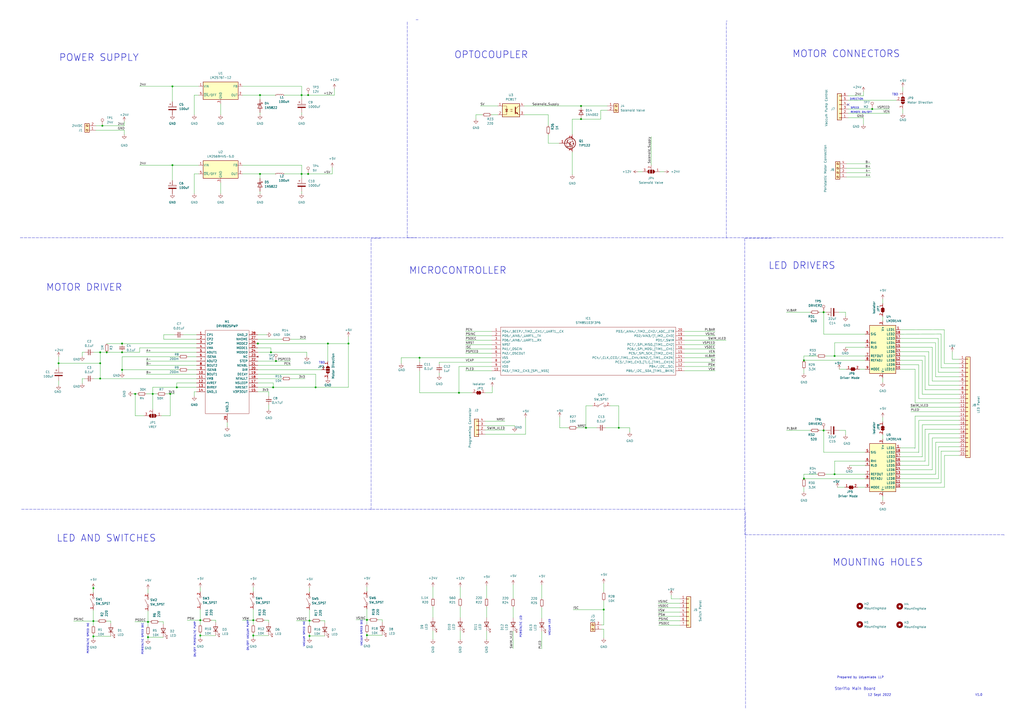
<source format=kicad_sch>
(kicad_sch (version 20211123) (generator eeschema)
  (paper "A2")
  (junction (at 58.1152 219.6084))
  (junction (at 505.968 63.246))
  (junction (at 157.1752 204.3684))
  (junction (at 58.1152 204.3684))
  (junction (at 477.774 181.102))
  (junction (at 54.1528 341.2236))
  (junction (at 350.2152 353.6188))
  (junction (at 146.9136 368.6556))
  (junction (at 149.5552 199.2884))
  (junction (at 100.0252 50.0888))
  (junction (at 70.8152 199.2884))
  (junction (at 190.1952 199.2884))
  (junction (at 212.852 359.5624))
  (junction (at 174.9552 55.1688))
  (junction (at 484.124 206.502))
  (junction (at 70.8152 204.3684))
  (junction (at 202.1332 199.2884))
  (junction (at 243.3828 207.518))
  (junction (at 160.0708 209.4484))
  (junction (at 183.0832 224.6884))
  (junction (at 150.8252 55.1688))
  (junction (at 54.1528 360.2736))
  (junction (at 337.058 61.468))
  (junction (at 102.5652 224.6884))
  (junction (at 466.344 277.622))
  (junction (at 477.774 249.682))
  (junction (at 266.2428 227.838))
  (junction (at 98.7552 228.4984))
  (junction (at 178.7652 100.8888))
  (junction (at 212.852 368.4524))
  (junction (at 178.7652 55.1688))
  (junction (at 78.4352 228.4984))
  (junction (at 466.344 209.042))
  (junction (at 85.852 369.6208))
  (junction (at 150.8252 100.8888))
  (junction (at 54.1528 369.1636))
  (junction (at 179.5272 368.9096))
  (junction (at 100.0252 95.8088))
  (junction (at 58.1152 210.7184))
  (junction (at 116.1796 368.6556))
  (junction (at 88.5952 228.4984))
  (junction (at 179.5272 360.0196))
  (junction (at 33.9852 210.7184))
  (junction (at 70.8152 214.5284))
  (junction (at 146.9136 359.7656))
  (junction (at 339.9028 248.158))
  (junction (at 174.9552 100.8888))
  (junction (at 337.058 69.088))
  (junction (at 484.124 275.082))
  (junction (at 116.1796 359.7656))
  (junction (at 85.852 360.7308))
  (junction (at 358.9528 248.158))
  (junction (at 61.9252 204.3684))
  (junction (at 158.4452 224.6884))
  (junction (at 59.3852 72.9488))
  (no_connect (at 491.998 60.706))
  (wire (pts (xy 536.6004 226.1108) (xy 556.4124 226.1108)))
  (polyline (pts (xy 215.2396 295.8084) (xy 215.2396 138.3284)))
  (wire (pts (xy 149.3012 199.2884) (xy 149.5552 199.2884)))
  (wire (pts (xy 285.5468 227.838) (xy 285.5468 224.282)))
  (wire (pts (xy 484.124 275.082) (xy 501.904 275.082)))
  (wire (pts (xy 92.202 360.7308) (xy 94.742 360.7308)))
  (wire (pts (xy 505.968 63.246) (xy 491.998 63.246)))
  (wire (pts (xy 168.6052 219.6084) (xy 176.9872 219.6084)))
  (wire (pts (xy 146.9136 359.7656) (xy 148.1836 359.7656)))
  (wire (pts (xy 304.8508 251.968) (xy 304.8508 242.316)))
  (wire (pts (xy 98.7552 228.4984) (xy 98.7552 241.1984)))
  (wire (pts (xy 466.344 275.082) (xy 466.344 277.622)))
  (wire (pts (xy 522.224 267.462) (xy 536.6004 267.462)))
  (wire (pts (xy 284.988 66.548) (xy 288.798 66.548)))
  (wire (pts (xy 150.8252 111.0488) (xy 150.8252 112.3188)))
  (wire (pts (xy 178.0032 204.3684) (xy 178.0032 206.6544)))
  (wire (pts (xy 112.7252 227.2284) (xy 112.7252 229.7684)))
  (wire (pts (xy 397.0528 207.518) (xy 414.8328 207.518)))
  (wire (pts (xy 381.7112 355.0412) (xy 394.4112 355.0412)))
  (wire (pts (xy 348.9452 362.5088) (xy 350.2152 362.5088)))
  (wire (pts (xy 58.1152 204.3684) (xy 58.1152 210.7184)))
  (wire (pts (xy 85.852 369.6208) (xy 85.852 370.8908)))
  (wire (pts (xy 314.2996 358.648) (xy 314.2996 352.298)))
  (wire (pts (xy 91.1352 228.4984) (xy 88.5952 228.4984)))
  (wire (pts (xy 149.5552 196.7484) (xy 163.5252 196.7484)))
  (wire (pts (xy 232.7148 210.82) (xy 232.7148 207.518)))
  (wire (pts (xy 285.2928 210.058) (xy 254.8128 210.058)))
  (wire (pts (xy 94.9452 194.2084) (xy 94.9452 196.7484)))
  (wire (pts (xy 540.8168 221.0308) (xy 556.4124 221.0308)))
  (wire (pts (xy 179.5272 368.9096) (xy 188.4172 368.9096)))
  (wire (pts (xy 528.32 238.8108) (xy 556.4124 238.8108)))
  (wire (pts (xy 522.224 206.502) (xy 536.6004 206.502)))
  (wire (pts (xy 146.9136 368.6556) (xy 146.9136 369.9256)))
  (wire (pts (xy 149.5552 211.9884) (xy 168.6052 211.9884)))
  (wire (pts (xy 530.8092 233.7308) (xy 530.8092 214.122)))
  (wire (pts (xy 146.9136 368.6556) (xy 155.8036 368.6556)))
  (polyline (pts (xy 11.684 137.922) (xy 581.914 137.922)))
  (wire (pts (xy 477.774 262.382) (xy 477.774 249.682)))
  (wire (pts (xy 297.6372 347.0148) (xy 297.6372 339.1408)))
  (wire (pts (xy 270.0528 204.978) (xy 285.2928 204.978)))
  (wire (pts (xy 80.9752 201.8284) (xy 80.9752 204.3684)))
  (wire (pts (xy 498.602 214.122) (xy 501.904 214.122)))
  (wire (pts (xy 266.2428 227.838) (xy 243.3828 227.838)))
  (wire (pts (xy 72.0852 70.4088) (xy 72.0852 72.9488)))
  (wire (pts (xy 505.0028 95.0468) (xy 491.0328 95.0468)))
  (wire (pts (xy 150.8252 100.8888) (xy 140.6652 100.8888)))
  (wire (pts (xy 58.1152 210.7184) (xy 58.1152 219.6084)))
  (wire (pts (xy 397.0528 210.058) (xy 414.8328 210.058)))
  (wire (pts (xy 116.1796 359.7656) (xy 117.4496 359.7656)))
  (wire (pts (xy 522.224 277.622) (xy 544.4236 277.622)))
  (wire (pts (xy 343.7128 235.458) (xy 339.9028 235.458)))
  (wire (pts (xy 70.8152 214.5284) (xy 70.8152 216.3064)))
  (wire (pts (xy 466.344 206.502) (xy 466.344 209.042)))
  (wire (pts (xy 149.5552 194.2084) (xy 154.6352 194.2084)))
  (polyline (pts (xy 432.4604 297.0784) (xy 432.4604 411.1244)))
  (wire (pts (xy 358.9528 235.458) (xy 358.9528 248.158)))
  (wire (pts (xy 500.888 68.326) (xy 500.888 72.136)))
  (wire (pts (xy 456.184 249.682) (xy 470.154 249.682)))
  (wire (pts (xy 339.9028 248.158) (xy 346.2528 248.158)))
  (wire (pts (xy 179.5272 360.0196) (xy 180.7972 360.0196)))
  (wire (pts (xy 102.5652 222.1484) (xy 113.9952 222.1484)))
  (wire (pts (xy 101.2952 194.2084) (xy 94.9452 194.2084)))
  (wire (pts (xy 544.4236 259.1308) (xy 544.4236 277.622)))
  (wire (pts (xy 466.344 277.622) (xy 501.904 277.622)))
  (wire (pts (xy 164.7952 100.8888) (xy 174.9552 100.8888)))
  (wire (pts (xy 150.8252 103.4288) (xy 150.8252 100.8888)))
  (wire (pts (xy 516.128 63.246) (xy 505.968 63.246)))
  (wire (pts (xy 381.8128 357.5812) (xy 394.4112 357.5812)))
  (wire (pts (xy 281.4828 227.838) (xy 285.5468 227.838)))
  (wire (pts (xy 251.1552 346.8116) (xy 251.1552 340.4616)))
  (wire (pts (xy 490.474 181.102) (xy 490.474 183.642)))
  (wire (pts (xy 500.888 53.086) (xy 500.888 55.626)))
  (wire (pts (xy 49.2252 219.6084) (xy 47.7012 219.6084)))
  (wire (pts (xy 486.664 249.682) (xy 490.474 249.682)))
  (wire (pts (xy 545.8968 261.6708) (xy 556.4124 261.6708)))
  (wire (pts (xy 33.9852 210.7184) (xy 33.9852 213.2584)))
  (wire (pts (xy 466.344 214.122) (xy 466.344 216.662)))
  (wire (pts (xy 212.852 353.2124) (xy 212.852 359.5624)))
  (wire (pts (xy 178.7652 55.1688) (xy 194.0052 55.1688)))
  (wire (pts (xy 556.4124 223.5708) (xy 538.7848 223.5708)))
  (wire (pts (xy 84.7852 204.3684) (xy 113.9952 204.3684)))
  (wire (pts (xy 397.0528 215.138) (xy 414.8328 215.138)))
  (wire (pts (xy 381.7112 352.5012) (xy 394.4112 352.5012)))
  (wire (pts (xy 254.8128 210.058) (xy 254.8128 211.328)))
  (wire (pts (xy 149.5552 214.5284) (xy 186.3852 214.5284)))
  (wire (pts (xy 512.064 242.062) (xy 512.064 244.602)))
  (wire (pts (xy 477.774 181.102) (xy 479.044 181.102)))
  (wire (pts (xy 116.1796 359.7656) (xy 116.1796 362.3056)))
  (wire (pts (xy 202.1332 224.6884) (xy 202.1332 199.2884)))
  (wire (pts (xy 285.2928 212.598) (xy 266.2428 212.598)))
  (wire (pts (xy 33.9852 206.9084) (xy 33.9852 210.7184)))
  (wire (pts (xy 266.954 358.2924) (xy 266.954 351.9424)))
  (wire (pts (xy 212.852 340.5124) (xy 212.852 343.0524)))
  (wire (pts (xy 159.7152 55.1688) (xy 150.8252 55.1688)))
  (polyline (pts (xy 432.0032 295.5036) (xy 432.0032 138.2776)))
  (wire (pts (xy 536.6004 267.462) (xy 536.6004 248.9708)))
  (wire (pts (xy 116.1796 367.3856) (xy 116.1796 368.6556)))
  (wire (pts (xy 370.078 99.568) (xy 372.618 99.568)))
  (wire (pts (xy 522.224 259.842) (xy 530.8092 259.842)))
  (wire (pts (xy 491.998 55.626) (xy 500.888 55.626)))
  (wire (pts (xy 523.748 50.546) (xy 523.748 53.086)))
  (wire (pts (xy 397.0528 197.358) (xy 421.1828 197.358)))
  (wire (pts (xy 331.978 69.088) (xy 337.058 69.088)))
  (wire (pts (xy 100.0252 104.6988) (xy 100.0252 95.8088)))
  (wire (pts (xy 131.7752 245.0084) (xy 131.7752 247.5484)))
  (wire (pts (xy 59.3852 72.9488) (xy 72.0852 72.9488)))
  (wire (pts (xy 540.8168 201.422) (xy 540.8168 221.0308)))
  (polyline (pts (xy 431.8508 295.402) (xy 432.1048 295.402)))
  (wire (pts (xy 106.3752 194.2084) (xy 113.9952 194.2084)))
  (wire (pts (xy 243.3828 227.838) (xy 243.3828 215.138)))
  (wire (pts (xy 103.8352 206.9084) (xy 70.8152 206.9084)))
  (wire (pts (xy 88.5952 228.4984) (xy 88.5952 237.3884)))
  (wire (pts (xy 158.4452 224.6884) (xy 149.5552 224.6884)))
  (wire (pts (xy 149.5552 204.3684) (xy 157.1752 204.3684)))
  (wire (pts (xy 318.008 66.548) (xy 318.008 72.898)))
  (wire (pts (xy 179.5272 353.6696) (xy 179.5272 360.0196)))
  (wire (pts (xy 473.964 275.082) (xy 466.344 275.082)))
  (wire (pts (xy 348.9452 365.0488) (xy 350.2152 365.0488)))
  (wire (pts (xy 158.4452 222.1484) (xy 158.4452 224.6884)))
  (wire (pts (xy 477.774 262.382) (xy 501.904 262.382)))
  (wire (pts (xy 512.064 252.222) (xy 512.064 254.762)))
  (wire (pts (xy 171.9072 360.0196) (xy 179.5272 360.0196)))
  (wire (pts (xy 490.474 201.422) (xy 501.904 201.422)))
  (wire (pts (xy 512.064 173.482) (xy 512.064 176.022)))
  (wire (pts (xy 163.5252 219.6084) (xy 149.5552 219.6084)))
  (polyline (pts (xy 241.3 11.43) (xy 242.57 11.43)))
  (wire (pts (xy 85.852 368.3508) (xy 85.852 369.6208)))
  (wire (pts (xy 350.2152 353.6188) (xy 350.2152 362.5088)))
  (wire (pts (xy 512.064 183.642) (xy 512.064 186.182)))
  (wire (pts (xy 100.0252 50.0888) (xy 115.2652 50.0888)))
  (wire (pts (xy 353.8728 235.458) (xy 358.9528 235.458)))
  (wire (pts (xy 542.6964 198.882) (xy 522.224 198.882)))
  (wire (pts (xy 116.1796 368.6556) (xy 125.0696 368.6556)))
  (wire (pts (xy 266.954 346.8624) (xy 266.954 340.5124)))
  (wire (pts (xy 486.7656 214.122) (xy 490.982 214.122)))
  (wire (pts (xy 466.344 209.042) (xy 501.904 209.042)))
  (wire (pts (xy 78.232 360.7308) (xy 85.852 360.7308)))
  (polyline (pts (xy 421.386 138.176) (xy 421.386 12.192)))
  (wire (pts (xy 339.9028 235.458) (xy 339.9028 248.158)))
  (wire (pts (xy 536.6004 206.502) (xy 536.6004 226.1108)))
  (wire (pts (xy 490.474 249.682) (xy 490.474 252.222)))
  (wire (pts (xy 536.6004 248.9708) (xy 556.4124 248.9708)))
  (wire (pts (xy 100.0252 58.9788) (xy 100.0252 50.0888)))
  (wire (pts (xy 174.9552 100.8888) (xy 178.7652 100.8888)))
  (wire (pts (xy 85.852 360.7308) (xy 87.122 360.7308)))
  (wire (pts (xy 528.1168 236.2708) (xy 556.4124 236.2708)))
  (wire (pts (xy 282.2448 358.2924) (xy 282.2448 351.9424)))
  (wire (pts (xy 552.45 208.3308) (xy 552.45 203.962)))
  (wire (pts (xy 80.9752 95.8088) (xy 100.0252 95.8088)))
  (wire (pts (xy 112.7252 100.8888) (xy 115.2652 100.8888)))
  (wire (pts (xy 542.7472 256.5908) (xy 556.4124 256.5908)))
  (wire (pts (xy 212.852 359.5624) (xy 214.122 359.5624)))
  (wire (pts (xy 530.8092 214.122) (xy 522.224 214.122)))
  (wire (pts (xy 206.502 359.5624) (xy 212.852 359.5624)))
  (wire (pts (xy 174.9552 111.0488) (xy 174.9552 112.3188)))
  (wire (pts (xy 334.8228 248.158) (xy 339.9028 248.158)))
  (wire (pts (xy 350.2152 348.5388) (xy 350.2152 353.6188)))
  (wire (pts (xy 522.224 201.422) (xy 540.8168 201.422)))
  (wire (pts (xy 49.2252 204.3684) (xy 47.7012 204.3684)))
  (wire (pts (xy 94.742 362.0008) (xy 94.742 360.7308)))
  (wire (pts (xy 304.038 61.468) (xy 337.058 61.468)))
  (wire (pts (xy 365.3028 248.158) (xy 365.3028 250.698)))
  (wire (pts (xy 70.8152 204.3684) (xy 80.9752 204.3684)))
  (wire (pts (xy 522.224 272.542) (xy 540.8168 272.542)))
  (polyline (pts (xy 421.386 12.192) (xy 421.894 12.192)))
  (wire (pts (xy 174.9552 95.8088) (xy 140.6652 95.8088)))
  (wire (pts (xy 108.9152 206.9084) (xy 113.9952 206.9084)))
  (wire (pts (xy 108.9152 214.5284) (xy 113.9952 214.5284)))
  (wire (pts (xy 377.698 95.758) (xy 377.698 79.248)))
  (wire (pts (xy 281.4828 251.968) (xy 304.8508 251.968)))
  (wire (pts (xy 85.852 354.3808) (xy 85.852 360.7308)))
  (wire (pts (xy 389.4328 347.4212) (xy 394.4112 347.4212)))
  (polyline (pts (xy 220.726 138.176) (xy 215.2396 138.3284)))
  (wire (pts (xy 47.7012 204.3684) (xy 47.7012 206.6544)))
  (wire (pts (xy 94.9452 196.7484) (xy 113.9952 196.7484)))
  (wire (pts (xy 522.224 191.262) (xy 547.7764 191.2112)))
  (wire (pts (xy 324.6628 241.808) (xy 324.6628 248.158)))
  (wire (pts (xy 540.8168 254.0508) (xy 556.4124 254.0508)))
  (wire (pts (xy 158.4452 224.6884) (xy 183.0832 224.6884)))
  (wire (pts (xy 266.954 370.9924) (xy 266.954 365.9124)))
  (wire (pts (xy 512.064 287.782) (xy 512.064 290.322)))
  (wire (pts (xy 33.9852 210.7184) (xy 58.1152 210.7184)))
  (wire (pts (xy 505.0028 102.6668) (xy 491.0328 102.6668)))
  (wire (pts (xy 544.322 215.9508) (xy 544.322 196.342)))
  (wire (pts (xy 475.234 249.682) (xy 477.774 249.682)))
  (wire (pts (xy 54.1528 367.8936) (xy 54.1528 369.1636)))
  (wire (pts (xy 122.5296 359.7656) (xy 125.0696 359.7656)))
  (wire (pts (xy 348.488 69.088) (xy 337.058 69.088)))
  (wire (pts (xy 522.224 193.802) (xy 545.6428 193.7512)))
  (wire (pts (xy 466.344 282.702) (xy 466.344 285.242)))
  (wire (pts (xy 473.964 206.502) (xy 466.344 206.502)))
  (wire (pts (xy 547.7764 191.2112) (xy 547.7764 210.8708)))
  (wire (pts (xy 54.1528 353.9236) (xy 54.1528 360.2736)))
  (wire (pts (xy 556.4124 218.4908) (xy 542.6964 218.4908)))
  (wire (pts (xy 190.1952 199.2884) (xy 190.1952 209.4484)))
  (wire (pts (xy 150.8252 65.3288) (xy 150.8252 66.5988)))
  (wire (pts (xy 157.1752 204.3684) (xy 178.0032 204.3684)))
  (polyline (pts (xy 535.0256 264.8712) (xy 534.9748 264.8712)))
  (wire (pts (xy 54.3052 219.6084) (xy 58.1152 219.6084)))
  (wire (pts (xy 397.0528 212.598) (xy 414.8328 212.598)))
  (wire (pts (xy 153.2636 359.7656) (xy 155.8036 359.7656)))
  (wire (pts (xy 98.7552 228.4984) (xy 101.2952 228.4984)))
  (wire (pts (xy 85.852 341.6808) (xy 85.852 344.2208)))
  (wire (pts (xy 532.892 231.1908) (xy 556.4124 231.1908)))
  (wire (pts (xy 174.9552 100.8888) (xy 174.9552 103.4288)))
  (wire (pts (xy 352.298 64.008) (xy 348.488 64.008)))
  (wire (pts (xy 270.0528 215.138) (xy 285.2928 215.138)))
  (wire (pts (xy 532.9936 243.8908) (xy 556.4124 243.8908)))
  (wire (pts (xy 270.0528 199.898) (xy 285.2928 199.898)))
  (wire (pts (xy 102.5652 224.6884) (xy 113.9952 224.6884)))
  (wire (pts (xy 212.852 368.4524) (xy 221.742 368.4524)))
  (polyline (pts (xy 432.1048 295.402) (xy 432.1048 310.1848)))
  (wire (pts (xy 542.7472 275.082) (xy 542.7472 256.5908)))
  (wire (pts (xy 522.224 280.162) (xy 545.8968 280.162)))
  (wire (pts (xy 270.0528 192.278) (xy 285.2928 192.278)))
  (wire (pts (xy 397.0528 192.278) (xy 414.8328 192.278)))
  (wire (pts (xy 318.008 83.058) (xy 324.358 83.058)))
  (wire (pts (xy 456.184 181.102) (xy 470.154 181.102)))
  (wire (pts (xy 270.0528 197.358) (xy 285.2928 197.358)))
  (wire (pts (xy 54.3052 204.3684) (xy 58.1152 204.3684)))
  (wire (pts (xy 42.7228 360.2736) (xy 54.1528 360.2736)))
  (wire (pts (xy 188.4172 361.2896) (xy 188.4172 360.0196)))
  (polyline (pts (xy 536.6004 267.462) (xy 536.702 267.462)))
  (wire (pts (xy 484.124 198.882) (xy 484.124 206.502)))
  (wire (pts (xy 331.978 69.088) (xy 331.978 77.978)))
  (wire (pts (xy 556.4124 208.3308) (xy 552.45 208.3308)))
  (polyline (pts (xy 530.6568 260.1468) (xy 530.6568 260.1976)))
  (wire (pts (xy 54.1528 339.9536) (xy 54.1528 341.2236)))
  (wire (pts (xy 116.1796 368.6556) (xy 116.1796 369.9256)))
  (polyline (pts (xy 236.22 12.7) (xy 236.22 137.922)))
  (wire (pts (xy 486.664 181.102) (xy 490.474 181.102)))
  (wire (pts (xy 174.9552 50.0888) (xy 140.6652 50.0888)))
  (wire (pts (xy 251.1552 370.9416) (xy 251.1552 365.8616)))
  (wire (pts (xy 178.7652 100.8888) (xy 192.7352 100.8888)))
  (wire (pts (xy 382.0668 362.6612) (xy 394.4112 362.6612)))
  (wire (pts (xy 179.5272 368.9096) (xy 179.5272 370.1796)))
  (wire (pts (xy 535.0256 264.922) (xy 535.0256 246.4308)))
  (wire (pts (xy 150.8252 55.1688) (xy 140.6652 55.1688)))
  (wire (pts (xy 112.7252 66.5988) (xy 112.7252 55.1688)))
  (wire (pts (xy 530.8092 259.842) (xy 530.8092 241.3508)))
  (wire (pts (xy 266.2428 212.598) (xy 266.2428 227.838)))
  (wire (pts (xy 297.6372 376.2248) (xy 297.6372 366.0648)))
  (wire (pts (xy 127.9652 105.9688) (xy 127.9652 112.3188)))
  (wire (pts (xy 314.2996 347.218) (xy 314.2996 339.2932)))
  (wire (pts (xy 70.8152 206.9084) (xy 70.8152 214.5284)))
  (wire (pts (xy 522.224 282.702) (xy 547.878 282.702)))
  (wire (pts (xy 183.0832 217.0684) (xy 183.0832 224.6884)))
  (wire (pts (xy 544.322 196.342) (xy 522.224 196.342)))
  (wire (pts (xy 80.9752 50.0888) (xy 100.0252 50.0888)))
  (wire (pts (xy 174.9552 55.1688) (xy 178.7652 55.1688)))
  (wire (pts (xy 556.4124 228.6508) (xy 534.9748 228.6508)))
  (polyline (pts (xy 530.8092 260.1468) (xy 530.6568 260.1468)))
  (wire (pts (xy 540.8168 272.542) (xy 540.8168 254.0508)))
  (wire (pts (xy 270.0528 194.818) (xy 285.2928 194.818)))
  (wire (pts (xy 83.5152 241.1984) (xy 78.4352 241.1984)))
  (wire (pts (xy 93.6752 241.1984) (xy 98.7552 241.1984)))
  (wire (pts (xy 185.8772 360.0196) (xy 188.4172 360.0196)))
  (wire (pts (xy 522.224 262.382) (xy 532.9936 262.382)))
  (wire (pts (xy 96.2152 228.4984) (xy 98.7552 228.4984)))
  (wire (pts (xy 266.2428 227.838) (xy 273.8628 227.838)))
  (wire (pts (xy 155.8036 361.0356) (xy 155.8036 359.7656)))
  (wire (pts (xy 544.4236 259.1308) (xy 556.4124 259.1308)))
  (wire (pts (xy 397.0528 204.978) (xy 414.8328 204.978)))
  (wire (pts (xy 397.0528 199.898) (xy 414.8328 199.898)))
  (polyline (pts (xy 12.446 295.402) (xy 432.0032 295.5036)))
  (wire (pts (xy 522.224 270.002) (xy 538.7848 270.002)))
  (wire (pts (xy 54.1528 360.2736) (xy 56.6928 360.2736)))
  (wire (pts (xy 484.124 267.462) (xy 484.124 275.082)))
  (wire (pts (xy 556.4124 213.4108) (xy 545.8968 213.4108)))
  (wire (pts (xy 282.2448 370.9924) (xy 282.2448 365.9124)))
  (wire (pts (xy 113.9952 227.2284) (xy 112.7252 227.2284)))
  (wire (pts (xy 100.0252 95.8088) (xy 115.2652 95.8088)))
  (wire (pts (xy 397.0528 202.438) (xy 414.8328 202.438)))
  (wire (pts (xy 212.852 367.1824) (xy 212.852 368.4524)))
  (wire (pts (xy 501.904 267.462) (xy 484.124 267.462)))
  (wire (pts (xy 475.234 181.102) (xy 477.774 181.102)))
  (wire (pts (xy 350.2152 338.3788) (xy 350.2152 343.4588)))
  (wire (pts (xy 149.5552 227.2284) (xy 155.9052 227.2284)))
  (wire (pts (xy 146.9136 340.7156) (xy 146.9136 343.2556)))
  (wire (pts (xy 477.774 249.682) (xy 479.044 249.682)))
  (wire (pts (xy 348.488 64.008) (xy 348.488 69.088)))
  (wire (pts (xy 174.9552 55.1688) (xy 174.9552 50.0888)))
  (wire (pts (xy 358.9528 248.158) (xy 365.3028 248.158)))
  (wire (pts (xy 79.7052 228.4984) (xy 78.4352 228.4984)))
  (wire (pts (xy 72.0852 75.4888) (xy 72.0852 78.0288)))
  (wire (pts (xy 140.5636 359.7656) (xy 146.9136 359.7656)))
  (wire (pts (xy 381.9144 360.1212) (xy 394.4112 360.1212)))
  (wire (pts (xy 297.6372 358.4448) (xy 297.6372 352.0948)))
  (polyline (pts (xy 582.422 310.1848) (xy 582.422 310.4896)))
  (wire (pts (xy 522.224 211.582) (xy 532.892 211.582)))
  (wire (pts (xy 155.9052 234.8484) (xy 155.9052 237.3884)))
  (wire (pts (xy 278.638 61.468) (xy 288.798 61.468)))
  (wire (pts (xy 556.4124 210.8708) (xy 547.7764 210.8708)))
  (wire (pts (xy 150.8252 57.7088) (xy 150.8252 55.1688)))
  (wire (pts (xy 389.4328 345.186) (xy 389.4328 347.4212)))
  (wire (pts (xy 547.878 264.2108) (xy 556.4124 264.2108)))
  (wire (pts (xy 522.224 275.082) (xy 542.7472 275.082)))
  (wire (pts (xy 47.7012 219.6084) (xy 47.7012 222.4024)))
  (wire (pts (xy 512.064 219.202) (xy 512.064 221.742)))
  (wire (pts (xy 116.1796 340.7156) (xy 116.1796 343.2556)))
  (wire (pts (xy 78.4352 228.4984) (xy 77.1652 228.4984)))
  (wire (pts (xy 116.1796 353.4156) (xy 116.1796 359.7656)))
  (wire (pts (xy 160.0708 209.4484) (xy 168.6052 209.4484)))
  (wire (pts (xy 251.1552 358.2416) (xy 251.1552 351.8916)))
  (wire (pts (xy 78.4352 228.4984) (xy 78.4352 241.1984)))
  (wire (pts (xy 219.202 359.5624) (xy 221.742 359.5624)))
  (wire (pts (xy 174.9552 55.1688) (xy 174.9552 57.7088)))
  (wire (pts (xy 281.4828 246.888) (xy 298.5008 246.888)))
  (wire (pts (xy 159.7152 100.8888) (xy 150.8252 100.8888)))
  (wire (pts (xy 381.7112 349.9612) (xy 394.4112 349.9612)))
  (wire (pts (xy 538.7848 223.5708) (xy 538.7848 203.962)))
  (wire (pts (xy 350.2152 365.0488) (xy 350.2152 370.1288)))
  (wire (pts (xy 254.8128 217.678) (xy 254.8128 216.408)))
  (wire (pts (xy 270.0528 202.438) (xy 285.2928 202.438)))
  (wire (pts (xy 538.7848 203.962) (xy 522.224 203.962)))
  (wire (pts (xy 534.9748 209.042) (xy 522.224 209.042)))
  (wire (pts (xy 304.038 66.548) (xy 318.008 66.548)))
  (wire (pts (xy 61.9252 199.2884) (xy 70.8152 199.2884)))
  (wire (pts (xy 542.6964 218.4908) (xy 542.6964 198.882)))
  (wire (pts (xy 174.9552 65.3288) (xy 174.9552 66.5988)))
  (wire (pts (xy 538.7848 270.002) (xy 538.7848 251.5108)))
  (wire (pts (xy 298.5008 246.888) (xy 298.5008 247.65)))
  (wire (pts (xy 179.5272 360.0196) (xy 179.5272 362.5596)))
  (wire (pts (xy 532.892 211.582) (xy 532.892 231.1908)))
  (wire (pts (xy 281.4828 244.348) (xy 292.9128 244.348)))
  (wire (pts (xy 70.8152 214.5284) (xy 103.8352 214.5284)))
  (wire (pts (xy 179.5272 367.6396) (xy 179.5272 368.9096)))
  (wire (pts (xy 149.5552 209.4484) (xy 160.0708 209.4484)))
  (wire (pts (xy 221.742 360.8324) (xy 221.742 359.5624)))
  (wire (pts (xy 113.9952 201.8284) (xy 80.9752 201.8284)))
  (wire (pts (xy 84.7852 211.9884) (xy 113.9952 211.9884)))
  (wire (pts (xy 547.878 282.702) (xy 547.878 264.2108)))
  (wire (pts (xy 337.058 61.468) (xy 352.298 61.468)))
  (wire (pts (xy 492.76 270.002) (xy 501.904 270.002)))
  (wire (pts (xy 532.9936 262.382) (xy 532.9936 243.8908)))
  (wire (pts (xy 155.9052 227.2284) (xy 155.9052 229.7684)))
  (wire (pts (xy 58.1152 204.3684) (xy 61.9252 204.3684)))
  (wire (pts (xy 84.7852 209.4484) (xy 113.9952 209.4484)))
  (wire (pts (xy 501.904 198.882) (xy 484.124 198.882)))
  (wire (pts (xy 190.1952 199.2884) (xy 202.1332 199.2884)))
  (wire (pts (xy 112.7252 112.3188) (xy 112.7252 100.8888)))
  (wire (pts (xy 64.3128 361.5436) (xy 64.3128 360.2736)))
  (wire (pts (xy 484.124 206.502) (xy 501.904 206.502)))
  (wire (pts (xy 54.1528 369.1636) (xy 64.3128 369.1636)))
  (wire (pts (xy 183.0832 224.6884) (xy 202.1332 224.6884)))
  (wire (pts (xy 276.098 69.088) (xy 276.098 66.548)))
  (wire (pts (xy 505.0028 100.1268) (xy 491.0328 100.1268)))
  (wire (pts (xy 85.852 369.6208) (xy 94.742 369.6208)))
  (wire (pts (xy 149.5552 201.8284) (xy 157.1752 201.8284)))
  (wire (pts (xy 102.5652 222.1484) (xy 102.5652 224.6884)))
  (wire (pts (xy 174.9552 100.8888) (xy 174.9552 95.8088)))
  (wire (pts (xy 146.9136 353.4156) (xy 146.9136 359.7656)))
  (wire (pts (xy 505.0028 97.5868) (xy 491.0328 97.5868)))
  (wire (pts (xy 324.6628 248.158) (xy 329.7428 248.158)))
  (wire (pts (xy 85.852 360.7308) (xy 85.852 363.2708)))
  (wire (pts (xy 556.4124 233.7308) (xy 530.8092 233.7308)))
  (wire (pts (xy 84.7852 217.0684) (xy 113.9952 217.0684)))
  (polyline (pts (xy 532.9936 262.4836) (xy 532.8412 262.4836)))
  (wire (pts (xy 479.044 206.502) (xy 484.124 206.502)))
  (wire (pts (xy 33.9852 223.4184) (xy 33.9852 220.8784)))
  (wire (pts (xy 54.1528 341.2236) (xy 54.1528 343.7636)))
  (wire (pts (xy 168.6052 196.7484) (xy 177.4952 196.7484)))
  (wire (pts (xy 164.7952 55.1688) (xy 174.9552 55.1688)))
  (wire (pts (xy 194.0052 51.3588) (xy 194.0052 55.1688)))
  (wire (pts (xy 332.4352 353.6188) (xy 350.2152 353.6188)))
  (wire (pts (xy 477.774 193.802) (xy 501.904 193.802)))
  (wire (pts (xy 314.2996 376.428) (xy 314.2996 366.268)))
  (wire (pts (xy 88.5952 224.6884) (xy 102.5652 224.6884)))
  (wire (pts (xy 491.998 68.326) (xy 500.888 68.326)))
  (wire (pts (xy 61.7728 360.2736) (xy 64.3128 360.2736)))
  (wire (pts (xy 318.008 77.978) (xy 318.008 83.058)))
  (polyline (pts (xy 236.22 137.922) (xy 241.554 137.922)))
  (wire (pts (xy 61.9252 204.3684) (xy 70.8152 204.3684)))
  (wire (pts (xy 545.8968 193.7512) (xy 545.6428 193.7512)))
  (wire (pts (xy 55.5752 72.9488) (xy 59.3852 72.9488)))
  (wire (pts (xy 535.0256 246.4308) (xy 556.4124 246.4308)))
  (wire (pts (xy 84.7852 228.4984) (xy 88.5952 228.4984)))
  (wire (pts (xy 276.098 66.548) (xy 279.908 66.548)))
  (wire (pts (xy 55.5752 75.4888) (xy 72.0852 75.4888)))
  (wire (pts (xy 243.3828 210.058) (xy 243.3828 207.518)))
  (wire (pts (xy 545.8968 213.4108) (xy 545.8968 193.7512)))
  (wire (pts (xy 212.852 368.4524) (xy 212.852 369.7224)))
  (wire (pts (xy 530.8092 241.3508) (xy 556.4124 241.3508)))
  (wire (pts (xy 108.5596 359.7656) (xy 116.1796 359.7656)))
  (wire (pts (xy 202.1332 195.2244) (xy 202.1332 199.2884)))
  (wire (pts (xy 70.8152 199.2884) (xy 113.9952 199.2884)))
  (wire (pts (xy 479.044 275.082) (xy 484.124 275.082)))
  (wire (pts (xy 232.7148 207.518) (xy 243.3828 207.518)))
  (wire (pts (xy 212.852 359.5624) (xy 212.852 362.1024)))
  (wire (pts (xy 54.1528 360.2736) (xy 54.1528 362.8136)))
  (wire (pts (xy 127.9652 60.2488) (xy 127.9652 66.5988)))
  (wire (pts (xy 477.774 193.802) (xy 477.774 181.102)))
  (wire (pts (xy 157.1752 201.8284) (xy 157.1752 204.3684)))
  (wire (pts (xy 282.2448 346.8624) (xy 282.2448 339.6488)))
  (wire (pts (xy 149.5552 222.1484) (xy 158.4452 222.1484)))
  (wire (pts (xy 523.748 63.246) (xy 523.748 65.786)))
  (wire (pts (xy 146.9136 367.3856) (xy 146.9136 368.6556)))
  (wire (pts (xy 538.7848 251.5108) (xy 556.4124 251.5108)))
  (wire (pts (xy 112.7252 55.1688) (xy 115.2652 55.1688)))
  (wire (pts (xy 192.7352 97.0788) (xy 192.7352 100.8888)))
  (wire (pts (xy 146.9136 359.7656) (xy 146.9136 362.3056)))
  (wire (pts (xy 556.4124 215.9508) (xy 544.322 215.9508)))
  (wire (pts (xy 522.224 264.922) (xy 535.0256 264.922)))
  (wire (pts (xy 125.0696 361.0356) (xy 125.0696 359.7656)))
  (wire (pts (xy 58.1152 219.6084) (xy 113.9952 219.6084)))
  (wire (pts (xy 397.0528 194.818) (xy 414.8328 194.818)))
  (wire (pts (xy 179.5272 340.9696) (xy 179.5272 343.5096)))
  (wire (pts (xy 545.8968 280.162) (xy 545.8968 261.6708)))
  (wire (pts (xy 382.778 99.568) (xy 385.318 99.568)))
  (polyline (pts (xy 432.0032 138.2776) (xy 448.056 138.176)))
  (wire (pts (xy 485.8004 282.702) (xy 489.9152 282.702)))
  (polyline (pts (xy 432.1048 310.1848) (xy 582.422 310.1848)))
  (wire (pts (xy 149.5552 217.0684) (xy 183.0832 217.0684)))
  (wire (pts (xy 331.978 88.138) (xy 331.978 101.2952)))
  (wire (pts (xy 88.5952 228.4984) (xy 88.5952 224.6884)))
  (wire (pts (xy 281.4828 249.428) (xy 292.9128 249.428)))
  (wire (pts (xy 516.128 65.786) (xy 491.998 65.786)))
  (wire (pts (xy 351.3328 248.158) (xy 358.9528 248.158)))
  (wire (pts (xy 149.5552 199.2884) (xy 190.1952 199.2884)))
  (wire (pts (xy 243.3828 207.518) (xy 285.2928 207.518)))
  (wire (pts (xy 491.998 58.166) (xy 519.938 58.166)))
  (wire (pts (xy 534.9748 228.6508) (xy 534.9748 209.042)))
  (wire (pts (xy 497.5352 282.702) (xy 501.904 282.702)))
  (wire (pts (xy 54.1528 369.1636) (xy 54.1528 370.4336)))
  (text "POWER SUPPLY\n" (at 34.1884 35.8648 0) (effects (font (size 4 4) (thickness 0.254) bold) (justify left bottom)))
  (text "VACUUM LED" (at 319.3796 368.808 90) (effects (font (size 1 1)) (justify left bottom)))
  (text "ON/OFF PERISTALTIC PUMP" (at 113.6396 381.3556 90) (effects (font (size 1 1)) (justify left bottom)))
  (text "MICROCONTROLLER\n" (at 237.1852 159.3596 0) (effects (font (size 4 4) (thickness 0.254) bold) (justify left bottom)))
  (text "LED AND SWITCHES" (at 32.766 314.6552 0) (effects (font (size 4 4) (thickness 0.254) bold) (justify left bottom)))
  (text "ON/OFF VACUUM PUMP" (at 144.3736 377.5456 90) (effects (font (size 1 1)) (justify left bottom)))
  (text "12 Sept 2022\n" (at 503.3772 403.9616 0) (effects (font (size 1.27 1.27)) (justify left bottom)))
  (text "PERISTALTIC SPEED INC" (at 51.6128 379.3236 90) (effects (font (size 1 1)) (justify left bottom)))
  (text "Prepared by Udyamlabs LLP\n" (at 485.4448 393.7508 0) (effects (font (size 1.27 1.27)) (justify left bottom)))
  (text "Steriflo Main Board" (at 484.124 400.558 0) (effects (font (size 1.6 1.6)) (justify left bottom)))
  (text "TBD" (at 517.398 55.626 0) (effects (font (size 1.27 1.27)) (justify left bottom)))
  (text "PERISTALTIC SPEED DEC" (at 83.312 379.7808 90) (effects (font (size 1 1)) (justify left bottom)))
  (text "MOUNTING HOLES\n" (at 482.8032 328.676 0) (effects (font (size 4 4) (thickness 0.254) bold) (justify left bottom)))
  (text "REMOTE ON/OFF" (at 505.968 65.786 180) (effects (font (size 1 1)) (justify right bottom)))
  (text "PERISTALTIC LED" (at 302.7172 369.8748 90) (effects (font (size 1 1)) (justify left bottom)))
  (text "VACUUM SPEED DEC" (at 210.312 374.8024 90) (effects (font (size 1 1)) (justify left bottom)))
  (text "MOTOR DRIVER\n" (at 26.67 169.164 0) (effects (font (size 4 4) (thickness 0.254) bold) (justify left bottom)))
  (text "V1.0\n" (at 565.658 403.9108 0) (effects (font (size 1.27 1.27)) (justify left bottom)))
  (text "VACUUM SPEED INC\n" (at 176.9872 375.2596 90) (effects (font (size 1 1)) (justify left bottom)))
  (text "OPTOCOUPLER" (at 263.4488 34.2392 0) (effects (font (size 4 4) (thickness 0.254) bold) (justify left bottom)))
  (text "LED DRIVERS" (at 445.6684 156.5148 0) (effects (font (size 4 4) (thickness 0.254) bold) (justify left bottom)))
  (text "SPEED\n" (at 498.348 63.246 180) (effects (font (size 1 1)) (justify right bottom)))
  (text "MOTOR CONNECTORS\n" (at 459.5368 33.6804 0) (effects (font (size 4 4) (thickness 0.254) bold) (justify left bottom)))
  (text "DIRECTION" (at 500.888 58.166 180) (effects (font (size 1 1)) (justify right bottom)))
  (text "TBD" (at 184.8612 211.2264 0) (effects (font (size 1.27 1.27)) (justify left bottom)))
  (label "VLBAR" (at 414.8328 207.518 180))
  (label "3V3" (at 176.9872 219.6084 180))
  (label "PSDEC" (at 78.232 360.7308 0))
  (label "Solenoid_Supply" (at 377.698 79.248 270))
  (label "VSW" (at 381.7112 355.0412 0))
  (label "PSINC" (at 42.7228 360.2736 0))
  (label "VCAP" (at 270.0528 210.058 0))
  (label "VEN" (at 516.128 65.786 180))
  (label "B+" (at 505.0028 97.5868 180))
  (label "PEN" (at 168.6052 211.9884 180))
  (label "GND" (at 68.2752 75.4888 0))
  (label "VSINC" (at 381.7112 349.9612 0))
  (label "SWIM_VLED" (at 421.1828 197.358 180))
  (label "VSINC" (at 206.502 359.5624 0))
  (label "A-" (at 84.7852 209.4484 0))
  (label "SV" (at 414.8328 210.058 180))
  (label "PLED" (at 528.32 238.8108 0))
  (label "3V3" (at 101.2952 228.4984 180))
  (label "A+" (at 505.0028 102.6668 180))
  (label "B-" (at 505.0028 95.0468 180))
  (label "ISC" (at 270.0528 202.438 0))
  (label "VSDEC" (at 414.8328 202.438 180))
  (label "3V3" (at 152.0952 227.2284 0))
  (label "PSW" (at 108.5596 359.7656 0))
  (label "NRST" (at 270.0528 199.898 0))
  (label "VSDEC" (at 171.9072 360.0196 0))
  (label "PLED" (at 270.0528 215.138 0))
  (label "VSW" (at 140.5636 359.7656 0))
  (label "PSINC" (at 270.0528 194.818 0))
  (label "24V" (at 80.9752 50.0888 0))
  (label "PEN" (at 270.0528 192.278 0))
  (label "24V" (at 80.9752 95.8088 0))
  (label "PSDEC" (at 382.0668 362.6612 0))
  (label "PSINC" (at 381.9144 360.1212 0))
  (label "3V3" (at 177.4952 196.7484 180))
  (label "VSW" (at 414.8328 215.138 180))
  (label "PLED" (at 314.2996 376.428 90))
  (label "VSPEED" (at 516.128 63.246 180))
  (label "VEN" (at 414.8328 204.978 180))
  (label "24V" (at 68.2752 72.9488 0))
  (label "Solenoid_Supply" (at 324.358 61.468 180))
  (label "SWIM_VLED" (at 297.6372 376.2248 90))
  (label "PSPEED" (at 168.6052 209.4484 180))
  (label "VLBAR" (at 456.184 181.102 0))
  (label "PSPEED" (at 270.0528 204.978 0))
  (label "VSDEC" (at 381.7112 352.5012 0))
  (label "A+" (at 84.7852 204.3684 0))
  (label "+5V" (at 187.6552 100.8888 0))
  (label "PLBAR" (at 414.8328 192.278 180))
  (label "B-" (at 84.7852 211.9884 0))
  (label "VSPEED" (at 414.8328 199.898 180))
  (label "+12V" (at 187.6552 55.1688 0))
  (label "NRST" (at 292.9128 244.348 180))
  (label "NRST" (at 339.9028 248.158 180))
  (label "PSW" (at 381.8128 357.5812 0))
  (label "A-" (at 505.0028 100.1268 180))
  (label "ISC" (at 332.4352 353.6188 0))
  (label "PLBAR" (at 456.184 249.682 0))
  (label "VSINC" (at 414.8328 194.818 180))
  (label "PSDEC" (at 270.0528 197.358 0))
  (label "PSW" (at 414.8328 212.598 180))
  (label "SV" (at 278.638 61.468 0))
  (label "24V" (at 499.618 55.626 180))
  (label "B+" (at 84.7852 217.0684 0))
  (label "SWIM_VLED" (at 528.1168 236.2708 0))
  (label "GND" (at 497.078 68.326 0))
  (label "SWIM_VLED" (at 292.9128 249.428 180))
  (symbol (lib_id "power:GND") (at 190.1952 219.6084 0) (unit 1)
    (property "Reference" "#PWR034" (effects hide))
    (property "Value" "GND" (at 190.1952 223.4184 0))
  )
  (symbol (lib_id "power:+5V") (at 282.2448 339.6488 0) (unit 1)
    (property "Reference" "#PWR047" (effects hide))
    (property "Value" "+5V" (at 282.2448 334.5688 0))
  )
  (symbol (lib_id "Device:LED") (at 221.742 364.6424 90) (unit 1)
    (property "Reference" "D8" (at 225.552 364.9598 90) (effects (justify right)))
    (property "Value" "LED" (at 225.552 367.4998 90) (effects (justify right)))
    (property "Footprint" "LED_SMD:LED_0805_2012Metric" (effects hide))
  )
  (symbol (lib_id "Device:R_Small") (at 166.0652 219.6084 270) (unit 1)
    (property "Reference" "R15" (at 163.5252 218.3384 90) (effects (justify right)))
    (property "Value" "10K" (at 163.5252 220.8784 90) (effects (justify right)))
    (property "Footprint" "Resistor_SMD:R_0805_2012Metric" (effects hide))
  )
  (symbol (lib_id "Device:R_Small") (at 350.2152 345.9988 180) (unit 1)
    (property "Reference" "R28" (at 352.7552 345.9988 0) (effects (justify right)))
    (property "Value" "10K" (at 352.7552 348.5388 0) (effects (justify right)))
    (property "Footprint" "Resistor_SMD:R_0805_2012Metric" (effects hide))
  )
  (symbol (lib_id "Mechanical:MountingHole") (at 521.8684 362.4072 0) (unit 1)
    (property "Reference" "H3" (at 524.4084 361.1371 0) (effects (justify left)))
    (property "Value" "MountingHole" (at 524.4084 363.6771 0) (effects (justify left)))
    (property "Footprint" "MountingHole:MountingHole_3.2mm_M3_ISO7380" (effects hide))
  )
  (symbol (lib_id "Device:C_Small") (at 51.7652 219.6084 90) (unit 1)
    (property "Reference" "C3" (at 51.7652 213.2584 90))
    (property "Value" "0.1uF" (at 51.7715 215.7984 90))
    (property "Footprint" "Capacitor_SMD:C_0805_2012Metric" (effects hide))
  )
  (symbol (lib_id "Diode:1N5822") (at 150.8252 61.5188 270) (unit 1)
    (property "Reference" "D4" (at 153.3652 59.9312 90) (effects (justify left)))
    (property "Value" "1N5822" (at 153.3652 62.4712 90) (effects (justify left)))
    (property "Footprint" "Diode_THT:D_DO-201AD_P15.24mm_Horizontal" (effects hide))
    (property "Datasheet" "http://www.vishay.com/docs/88526/1n5820.pdf" (effects hide))
  )
  (symbol (lib_id "GITLAB_SYM:SW_SPST") (at 116.1796 348.3356 90) (unit 1)
    (property "Reference" "SW3" (at 117.4496 347.0655 90) (effects (justify right)))
    (property "Value" "SW_SPST" (at 117.4496 349.6055 90) (effects (justify right)))
    (property "Footprint" "Button_Switch_SMD:SW_Push_SPST_NO_Alps_SKRK" (effects hide))
  )
  (symbol (lib_id "Driver_LED:LM3914N") (at 512.064 201.422 0) (unit 1)
    (property "Reference" "U4" (at 514.0834 183.642 0) (effects (justify left)))
    (property "Value" "LM3914N" (at 514.0834 186.182 0) (effects (justify left)))
    (property "Footprint" "Package_DIP:DIP-18_W7.62mm" (effects hide))
    (property "Datasheet" "https://www.ti.com/lit/ds/symlink/lm3914.pdf" (effects hide))
  )
  (symbol (lib_id "power:GND") (at 100.0252 66.5988 0) (unit 1)
    (property "Reference" "#PWR013" (effects hide))
    (property "Value" "GND" (at 100.0252 71.6788 0))
  )
  (symbol (lib_id "Device:R_Small") (at 212.852 364.6424 180) (unit 1)
    (property "Reference" "R18" (at 215.392 364.6424 0) (effects (justify right)))
    (property "Value" "10K" (at 215.392 367.1824 0) (effects (justify right)))
    (property "Footprint" "Resistor_SMD:R_0805_2012Metric" (effects hide))
  )
  (symbol (lib_id "power:GND") (at 298.5008 247.65 0) (unit 1)
    (property "Reference" "#PWR051" (effects hide))
    (property "Value" "GND" (at 300.7868 247.904 0))
  )
  (symbol (lib_id "power:+5V") (at 552.45 203.962 0) (unit 1)
    (property "Reference" "#PWR078" (effects hide))
    (property "Value" "+5V" (at 552.196 200.66 0))
  )
  (symbol (lib_id "power:GND") (at 523.748 65.786 0) (unit 1)
    (property "Reference" "#PWR077" (effects hide))
    (property "Value" "GND" (at 523.748 69.596 0))
  )
  (symbol (lib_id "Device:C_Polarized") (at 174.9552 107.2388 0) (unit 1)
    (property "Reference" "C10" (at 178.7652 105.0797 0) (effects (justify left)))
    (property "Value" "1000uF" (at 178.7652 107.6197 0) (effects (justify left)))
    (property "Footprint" "Capacitor_THT:CP_Radial_D10.0mm_P5.00mm" (effects hide))
  )
  (symbol (lib_id "power:GND") (at 112.7252 229.7684 0) (unit 1)
    (property "Reference" "#PWR017" (effects hide))
    (property "Value" "GND" (at 112.7252 234.8484 0))
  )
  (symbol (lib_id "Device:LED") (at 266.954 362.1024 90) (unit 1)
    (property "Reference" "D10" (at 260.604 363.6899 0))
    (property "Value" "LED" (at 263.144 363.6899 0))
    (property "Footprint" "LED_SMD:LED_0805_2012Metric" (effects hide))
  )
  (symbol (lib_id "Device:LED") (at 64.3128 365.3536 90) (unit 1)
    (property "Reference" "D1" (at 68.1228 365.671 90) (effects (justify right)))
    (property "Value" "LED" (at 68.1228 368.211 90) (effects (justify right)))
    (property "Footprint" "LED_SMD:LED_0805_2012Metric" (effects hide))
  )
  (symbol (lib_id "power:+5V") (at 523.748 50.546 0) (unit 1)
    (property "Reference" "#PWR076" (effects hide))
    (property "Value" "+5V" (at 523.748 46.736 0))
  )
  (symbol (lib_id "Device:R_Small") (at 54.1528 365.3536 180) (unit 1)
    (property "Reference" "R1" (at 56.6928 365.3536 0) (effects (justify right)))
    (property "Value" "10K" (at 56.6928 367.8936 0) (effects (justify right)))
    (property "Footprint" "Resistor_SMD:R_0805_2012Metric" (effects hide))
  )
  (symbol (lib_id "power:GND") (at 350.2152 370.1288 0) (unit 1)
    (property "Reference" "#PWR057" (effects hide))
    (property "Value" "GND" (at 350.2152 375.2088 0))
  )
  (symbol (lib_id "Device:R_Small") (at 179.5272 365.0996 180) (unit 1)
    (property "Reference" "R16" (at 182.0672 365.0996 0) (effects (justify right)))
    (property "Value" "10K" (at 182.0672 367.6396 0) (effects (justify right)))
    (property "Footprint" "Resistor_SMD:R_0805_2012Metric" (effects hide))
  )
  (symbol (lib_id "power:GND") (at 254.8128 217.678 0) (unit 1)
    (property "Reference" "#PWR043" (effects hide))
    (property "Value" "GND" (at 254.8128 222.758 0))
  )
  (symbol (lib_id "power:GND") (at 466.344 285.242 0) (unit 1)
    (property "Reference" "#PWR063" (effects hide))
    (property "Value" "GND" (at 466.344 290.322 0))
  )
  (symbol (lib_id "Mechanical:MountingHole") (at 498.7544 351.5868 0) (unit 1)
    (property "Reference" "H2" (at 501.2944 350.3167 0) (effects (justify left)))
    (property "Value" "MountingHole" (at 501.2944 352.8567 0) (effects (justify left)))
    (property "Footprint" "MountingHole:MountingHole_3.2mm_M3_ISO7380" (effects hide))
  )
  (symbol (lib_id "power:+5V") (at 324.6628 241.808 0) (unit 1)
    (property "Reference" "#PWR054" (effects hide))
    (property "Value" "+5V" (at 324.6628 238.252 0))
  )
  (symbol (lib_id "power:+24V") (at 385.318 99.568 270) (unit 1)
    (property "Reference" "#PWR060" (effects hide))
    (property "Value" "+24V" (at 389.128 99.5679 90) (effects (justify left)))
  )
  (symbol (lib_id "power:GND") (at 276.098 69.088 0) (unit 1)
    (property "Reference" "#PWR046" (effects hide))
    (property "Value" "GND" (at 276.098 74.168 0))
  )
  (symbol (lib_id "Device:LED") (at 155.8036 364.8456 90) (unit 1)
    (property "Reference" "D6" (at 159.6136 365.163 90) (effects (justify right)))
    (property "Value" "LED" (at 159.6136 367.703 90) (effects (justify right)))
    (property "Footprint" "LED_SMD:LED_0805_2012Metric" (effects hide))
  )
  (symbol (lib_id "power:GND") (at 112.7252 112.3188 0) (unit 1)
    (property "Reference" "#PWR016" (effects hide))
    (property "Value" "GND" (at 112.7252 117.3988 0))
  )
  (symbol (lib_id "power:+24V") (at 500.888 53.086 0) (unit 1)
    (property "Reference" "#PWR070" (effects hide))
    (property "Value" "+24V" (at 494.538 50.546 0) (effects (justify left)))
  )
  (symbol (lib_id "Device:R_Small") (at 183.3372 360.0196 270) (unit 1)
    (property "Reference" "R17" (at 183.3372 357.4796 0) (effects (justify right)))
    (property "Value" "220" (at 185.8772 357.4796 0) (effects (justify right)))
    (property "Footprint" "Resistor_SMD:R_0805_2012Metric" (effects hide))
  )
  (symbol (lib_id "GITLAB_SYM:SW_SPST") (at 212.852 348.1324 90) (unit 1)
    (property "Reference" "SW6" (at 214.122 346.8623 90) (effects (justify right)))
    (property "Value" "SW_SPST" (at 214.122 349.4023 90) (effects (justify right)))
    (property "Footprint" "Button_Switch_SMD:SW_Push_SPST_NO_Alps_SKRK" (effects hide))
  )
  (symbol (lib_id "Device:R_Small") (at 106.3752 206.9084 270) (unit 1)
    (property "Reference" "R8" (at 103.8352 205.6384 90) (effects (justify right)))
    (property "Value" "200m" (at 103.8352 208.1784 90) (effects (justify right)))
    (property "Footprint" "Resistor_SMD:R_0805_2012Metric" (effects hide))
  )
  (symbol (lib_id "power:+5V") (at 202.1332 195.2244 0) (unit 1)
    (property "Reference" "#PWR037" (effects hide))
    (property "Value" "+5V" (at 202.1332 191.4144 0))
  )
  (symbol (lib_id "Device:LED") (at 251.1552 362.0516 90) (unit 1)
    (property "Reference" "D9" (at 244.8052 363.6391 0))
    (property "Value" "LED" (at 247.3452 363.6391 0))
    (property "Footprint" "LED_SMD:LED_0805_2012Metric" (effects hide))
  )
  (symbol (lib_id "STM8S103F3P6:STM8S103F3P6") (at 285.2928 192.278 0) (unit 1)
    (property "Reference" "IC1" (at 341.1728 184.658 0))
    (property "Value" "STM8S103F3P6" (at 341.1728 187.198 0))
    (property "Footprint" "SOP65P640X120-20N" (effects hide))
    (property "Datasheet" "https://www.st.com/resource/en/datasheet/stm8s103f3.pdf" (effects hide))
    (property "Description" "Access line, 16 MHz STM8S 8-bit MCU, up to 8 Kbytes Flash,  data EEPROM,10-bit ADC, 3 timers, UART, SPI, IC" (effects hide))
    (property "Height" "1.2" (effects hide))
    (property "Manufacturer_Name" "STMicroelectronics" (effects hide))
    (property "Manufacturer_Part_Number" "STM8S103F3P6" (effects hide))
    (property "Mouser Part Number" "511-STM8S103F3P6" (effects hide))
    (property "Mouser Price/Stock" "https://www.mouser.co.uk/ProductDetail/STMicroelectronics/STM8S103F3P6?qs=YSp3DhtTcU2OvbLRsYhNsw%3D%3D" (effects hide))
    (property "Arrow Part Number" "STM8S103F3P6" (effects hide))
    (property "Arrow Price/Stock" "https://www.arrow.com/en/products/stm8s103f3p6/stmicroelectronics" (effects hide))
  )
  (symbol (lib_id "power:+5V") (at 297.6372 339.1408 0) (unit 1)
    (property "Reference" "#PWR050" (effects hide))
    (property "Value" "+5V" (at 297.6372 334.0608 0))
  )
  (symbol (lib_id "power:GND") (at 179.5272 370.1796 0) (unit 1)
    (property "Reference" "#PWR033" (effects hide))
    (property "Value" "GND" (at 179.5272 375.2596 0))
  )
  (symbol (lib_id "GITLAB_SYM:SW_SPST") (at 348.7928 235.458 0) (unit 1)
    (property "Reference" "SW7" (at 348.7928 229.108 0))
    (property "Value" "SW_SPST" (at 348.7928 231.648 0))
    (property "Footprint" "Button_Switch_SMD:SW_Push_SPST_NO_Alps_SKRK" (effects hide))
  )
  (symbol (lib_id "Connector:TestPoint") (at 477.774 181.102 0) (unit 1)
    (property "Reference" "TP5" (at 472.694 174.752 0) (effects (justify left)))
    (property "Value" "DRIVER2" (at 468.884 177.292 0) (effects (justify left)))
    (property "Footprint" "TestPoint:TestPoint_Pad_2.0x2.0mm" (effects hide))
  )
  (symbol (lib_id "power:GND") (at 174.9552 112.3188 0) (unit 1)
    (property "Reference" "#PWR030" (effects hide))
    (property "Value" "GND" (at 174.9552 117.3988 0))
  )
  (symbol (lib_id "Mechanical:MountingHole") (at 498.7036 362.2548 0) (unit 1)
    (property "Reference" "H1" (at 501.2436 360.9847 0) (effects (justify left)))
    (property "Value" "MountingHole" (at 501.2436 363.5247 0) (effects (justify left)))
    (property "Footprint" "MountingHole:MountingHole_3.2mm_M3_ISO7380" (effects hide))
  )
  (symbol (lib_id "Connector:Screw_Terminal_01x02") (at 50.4952 75.4888 180) (unit 1)
    (property "Reference" "J1" (at 47.9552 75.4889 0) (effects (justify left)))
    (property "Value" "24VDC" (at 47.9552 72.9489 0) (effects (justify left)))
    (property "Footprint" "Connector_PinHeader_2.54mm:PinHeader_1x02_P2.54mm_Vertical" (effects hide))
  )
  (symbol (lib_id "Connector:TestPoint") (at 178.7652 100.8888 0) (unit 1)
    (property "Reference" "TP4" (at 181.3052 96.3167 0) (effects (justify left)))
    (property "Value" "5V" (at 181.3052 98.8567 0) (effects (justify left)))
    (property "Footprint" "TestPoint:TestPoint_Pad_2.0x2.0mm" (effects hide))
  )
  (symbol (lib_id "Device:L_Small") (at 162.2552 100.8888 90) (unit 1)
    (property "Reference" "L2" (at 163.5252 102.1588 90))
    (property "Value" "100uH" (at 164.7952 104.6988 90))
    (property "Footprint" "Inductor_THT:L_Axial_L14.5mm_D5.8mm_P7.62mm_Vertical_Fastron_HBCC" (effects hide))
  )
  (symbol (lib_id "power:GND") (at 232.7148 210.82 0) (unit 1)
    (property "Reference" "#PWR040" (effects hide))
    (property "Value" "GND" (at 232.9688 214.63 0))
  )
  (symbol (lib_id "Device:C_Small") (at 103.8352 194.2084 270) (unit 1)
    (property "Reference" "C7" (at 103.8288 187.8584 90))
    (property "Value" "0.01uF" (at 103.8288 190.3984 90))
    (property "Footprint" "Capacitor_SMD:C_0805_2012Metric" (effects hide))
  )
  (symbol (lib_id "Device:LED") (at 314.2996 362.458 90) (unit 1)
    (property "Reference" "D13" (at 307.9496 364.0455 0))
    (property "Value" "LED" (at 310.4896 364.0455 0))
    (property "Footprint" "LED_SMD:LED_0805_2012Metric" (effects hide))
  )
  (symbol (lib_id "power:+12V") (at 370.078 99.568 90) (unit 1)
    (property "Reference" "#PWR059" (effects hide))
    (property "Value" "+12V" (at 366.268 99.5679 90) (effects (justify left)))
  )
  (symbol (lib_id "power:GND") (at 174.9552 66.5988 0) (unit 1)
    (property "Reference" "#PWR029" (effects hide))
    (property "Value" "GND" (at 174.9552 71.6788 0))
  )
  (symbol (lib_id "Device:R_Small") (at 472.694 249.682 270) (unit 1)
    (property "Reference" "R32" (at 472.694 252.222 90) (effects (justify right)))
    (property "Value" "520" (at 473.964 254.762 90) (effects (justify right)))
    (property "Footprint" "Resistor_SMD:R_0805_2012Metric" (effects hide))
  )
  (symbol (lib_id "power:+5V") (at 85.852 341.6808 0) (unit 1)
    (property "Reference" "#PWR011" (effects hide))
    (property "Value" "+5V" (at 85.852 336.6008 0))
  )
  (symbol (lib_id "Device:C_Small") (at 243.3828 212.598 180) (unit 1)
    (property "Reference" "C11" (at 245.9228 211.3215 0) (effects (justify right)))
    (property "Value" "0.1uF" (at 245.9228 213.8615 0) (effects (justify right)))
    (property "Footprint" "Capacitor_SMD:C_0805_2012Metric" (effects hide))
  )
  (symbol (lib_id "Device:R_Small") (at 466.344 280.162 180) (unit 1)
    (property "Reference" "R30" (at 468.884 280.162 0) (effects (justify right)))
    (property "Value" "3.3K" (at 468.884 282.702 0) (effects (justify right)))
    (property "Footprint" "Resistor_SMD:R_0805_2012Metric" (effects hide))
  )
  (symbol (lib_id "power:+5V") (at 304.8508 242.316 0) (unit 1)
    (property "Reference" "#PWR052" (effects hide))
    (property "Value" "+5V" (at 304.8508 238.506 0))
  )
  (symbol (lib_id "power:GND") (at 251.1552 370.9416 0) (unit 1)
    (property "Reference" "#PWR042" (effects hide))
    (property "Value" "GND" (at 251.1551 374.7516 90) (effects (justify right)))
  )
  (symbol (lib_id "power:GND") (at 47.7012 206.6544 0) (unit 1)
    (property "Reference" "#PWR03" (effects hide))
    (property "Value" "GND" (at 42.3672 208.4324 0) (effects (justify left)))
  )
  (symbol (lib_id "power:+5V") (at 285.5468 224.282 0) (unit 1)
    (property "Reference" "#PWR049" (effects hide))
    (property "Value" "+5V" (at 285.5468 219.71 0))
  )
  (symbol (lib_id "power:GND") (at 466.344 216.662 0) (unit 1)
    (property "Reference" "#PWR062" (effects hide))
    (property "Value" "GND" (at 466.344 221.742 0))
  )
  (symbol (lib_id "power:GND") (at 154.6352 194.2084 90) (unit 1)
    (property "Reference" "#PWR027" (effects hide))
    (property "Value" "GND" (at 158.4452 194.2083 90) (effects (justify right)))
  )
  (symbol (lib_id "Jumper:SolderJumper_2_Bridged") (at 494.792 214.122 0) (unit 1)
    (property "Reference" "JP6" (at 492.252 216.662 0) (effects (justify left)))
    (property "Value" "Driver Mode" (at 487.172 219.202 0) (effects (justify left)))
    (property "Footprint" "Jumper:SolderJumper-2_P1.3mm_Bridged_Pad1.0x1.5mm" (effects hide))
  )
  (symbol (lib_id "Device:LED") (at 125.0696 364.8456 90) (unit 1)
    (property "Reference" "D3" (at 128.8796 365.163 90) (effects (justify right)))
    (property "Value" "LED" (at 128.8796 367.703 90) (effects (justify right)))
    (property "Footprint" "LED_SMD:LED_0805_2012Metric" (effects hide))
  )
  (symbol (lib_id "GITLAB_SYM:SW_SPST") (at 179.5272 348.5896 90) (unit 1)
    (property "Reference" "SW5" (at 180.7972 347.3195 90) (effects (justify right)))
    (property "Value" "SW_SPST" (at 180.7972 349.8595 90) (effects (justify right)))
    (property "Footprint" "Button_Switch_SMD:SW_Push_SPST_NO_Alps_SKRK" (effects hide))
  )
  (symbol (lib_id "Device:R_Small") (at 282.2448 349.4024 0) (unit 1)
    (property "Reference" "R22" (at 279.7048 349.4024 0) (effects (justify right)))
    (property "Value" "220" (at 279.7048 346.8624 0) (effects (justify right)))
    (property "Footprint" "Resistor_SMD:R_0805_2012Metric" (effects hide))
  )
  (symbol (lib_id "GITLAB_SYM:SW_SPST") (at 85.852 349.3008 90) (unit 1)
    (property "Reference" "SW2" (at 87.122 348.0307 90) (effects (justify right)))
    (property "Value" "SW_SPST" (at 87.122 350.5707 90) (effects (justify right)))
    (property "Footprint" "Button_Switch_SMD:SW_Push_SPST_NO_Alps_SKRK" (effects hide))
  )
  (symbol (lib_id "power:+5V") (at 350.2152 338.3788 0) (unit 1)
    (property "Reference" "#PWR056" (effects hide))
    (property "Value" "+5V" (at 350.2152 333.2988 0))
  )
  (symbol (lib_id "Device:C_Polarized") (at 33.9852 217.0684 0) (unit 1)
    (property "Reference" "C1" (at 26.3652 215.7984 0) (effects (justify left)))
    (property "Value" "100uF" (at 25.0952 218.3384 0) (effects (justify left)))
    (property "Footprint" "Capacitor_SMD:C_1206_3216Metric" (effects hide))
  )
  (symbol (lib_id "Connector:TestPoint") (at 477.774 249.682 0) (unit 1)
    (property "Reference" "TP6" (at 472.694 243.332 0) (effects (justify left)))
    (property "Value" "DRIVER2" (at 468.884 245.872 0) (effects (justify left)))
    (property "Footprint" "TestPoint:TestPoint_Pad_2.0x2.0mm" (effects hide))
  )
  (symbol (lib_id "Device:LED") (at 188.4172 365.0996 90) (unit 1)
    (property "Reference" "D7" (at 192.2272 365.417 90) (effects (justify right)))
    (property "Value" "LED" (at 192.2272 367.957 90) (effects (justify right)))
    (property "Footprint" "LED_SMD:LED_0805_2012Metric" (effects hide))
  )
  (symbol (lib_id "Mechanical:MountingHole") (at 521.9192 351.7392 0) (unit 1)
    (property "Reference" "H4" (at 524.4592 350.4691 0) (effects (justify left)))
    (property "Value" "MountingHole" (at 524.4592 353.0091 0) (effects (justify left)))
    (property "Footprint" "MountingHole:MountingHole_3.2mm_M3_ISO7380" (effects hide))
  )
  (symbol (lib_id "Connector_Generic:Conn_01x07") (at 399.4912 355.0412 0) (unit 1)
    (property "Reference" "J5" (at 402.2344 353.7711 0) (effects (justify left)))
    (property "Value" "Switch Panel" (at 406.1968 360.6292 90) (effects (justify left)))
    (property "Footprint" "Connector_PinHeader_2.54mm:PinHeader_1x07_P2.54mm_Vertical" (effects hide))
  )
  (symbol (lib_id "power:GND") (at 490.474 183.642 0) (unit 1)
    (property "Reference" "#PWR066" (effects hide))
    (property "Value" "GND" (at 489.204 188.722 0) (effects (justify left)))
  )
  (symbol (lib_id "power:GND") (at 70.8152 216.3064 0) (unit 1)
    (property "Reference" "#PWR07" (effects hide))
    (property "Value" "GND" (at 65.4812 217.8304 0) (effects (justify left)))
  )
  (symbol (lib_id "power:GND") (at 282.2448 370.9924 0) (unit 1)
    (property "Reference" "#PWR048" (effects hide))
    (property "Value" "GND" (at 282.2447 374.8024 90) (effects (justify right)))
  )
  (symbol (lib_id "Device:R_Small") (at 146.9136 364.8456 180) (unit 1)
    (property "Reference" "R12" (at 149.4536 364.8456 0) (effects (justify right)))
    (property "Value" "10K" (at 149.4536 367.3856 0) (effects (justify right)))
    (property "Footprint" "Resistor_SMD:R_0805_2012Metric" (effects hide))
  )
  (symbol (lib_id "Jumper:SolderJumper_3_Open") (at 523.748 58.166 270) (unit 1)
    (property "Reference" "JP9" (at 526.288 56.8959 90) (effects (justify left)))
    (property "Value" "Motor Direction " (at 526.288 59.4359 90) (effects (justify left)))
    (property "Footprint" "Jumper:SolderJumper-3_P1.3mm_Open_Pad1.0x1.5mm" (effects hide))
  )
  (symbol (lib_id "Device:R_Small") (at 116.1796 364.8456 180) (unit 1)
    (property "Reference" "R10" (at 118.7196 364.8456 0) (effects (justify right)))
    (property "Value" "10K" (at 118.7196 367.3856 0) (effects (justify right)))
    (property "Footprint" "Resistor_SMD:R_0805_2012Metric" (effects hide))
  )
  (symbol (lib_id "power:GND") (at 331.978 101.2952 0) (unit 1)
    (property "Reference" "#PWR055" (effects hide))
    (property "Value" "GND" (at 331.978 106.3752 0))
  )
  (symbol (lib_id "Device:LED") (at 282.2448 362.1024 90) (unit 1)
    (property "Reference" "D11" (at 275.8948 363.6899 0))
    (property "Value" "LED" (at 278.4348 363.6899 0))
    (property "Footprint" "LED_SMD:LED_0805_2012Metric" (effects hide))
  )
  (symbol (lib_id "Device:R_Small") (at 89.662 360.7308 270) (unit 1)
    (property "Reference" "R6" (at 89.662 358.1908 0) (effects (justify right)))
    (property "Value" "220" (at 92.202 358.1908 0) (effects (justify right)))
    (property "Footprint" "Resistor_SMD:R_0805_2012Metric" (effects hide))
  )
  (symbol (lib_id "Connector:Screw_Terminal_01x04") (at 485.9528 100.1268 180) (unit 1)
    (property "Reference" "J6" (at 482.854 98.3996 0))
    (property "Value" "Peristaltic Motor Connection" (at 478.7392 97.7392 90))
    (property "Footprint" "TerminalBlock_MetzConnect:TerminalBlock_MetzConnect_Type011_RT05504HBWC_1x04_P5.00mm_Horizontal" (effects hide))
  )
  (symbol (lib_id "Diode:1N5822") (at 150.8252 107.2388 270) (unit 1)
    (property "Reference" "D5" (at 153.3652 105.6512 90) (effects (justify left)))
    (property "Value" "1N5822" (at 153.3652 108.1912 90) (effects (justify left)))
    (property "Footprint" "Diode_THT:D_DO-201AD_P15.24mm_Horizontal" (effects hide))
    (property "Datasheet" "http://www.vishay.com/docs/88526/1n5820.pdf" (effects hide))
  )
  (symbol (lib_id "power:GND") (at 512.064 221.742 0) (unit 1)
    (property "Reference" "#PWR073" (effects hide))
    (property "Value" "GND" (at 512.064 226.822 0))
  )
  (symbol (lib_id "Device:R_Small") (at 150.7236 359.7656 270) (unit 1)
    (property "Reference" "R13" (at 150.7236 357.2256 0) (effects (justify right)))
    (property "Value" "220" (at 153.2636 357.2256 0) (effects (justify right)))
    (property "Footprint" "Resistor_SMD:R_0805_2012Metric" (effects hide))
  )
  (symbol (lib_id "Device:R_Small") (at 282.448 66.548 90) (unit 1)
    (property "Reference" "R23" (at 282.448 69.088 90) (effects (justify right)))
    (property "Value" "220" (at 282.448 71.628 90) (effects (justify right)))
    (property "Footprint" "Resistor_SMD:R_0805_2012Metric" (effects hide))
  )
  (symbol (lib_id "Device:R_Small") (at 314.2996 349.758 0) (unit 1)
    (property "Reference" "R25" (at 311.7596 349.758 0) (effects (justify right)))
    (property "Value" "220" (at 311.7596 347.218 0) (effects (justify right)))
    (property "Footprint" "Resistor_SMD:R_0805_2012Metric" (effects hide))
  )
  (symbol (lib_id "Device:C_Polarized") (at 100.0252 62.7888 0) (unit 1)
    (property "Reference" "C5" (at 103.8352 60.6297 0) (effects (justify left)))
    (property "Value" "100uF" (at 103.8352 63.1697 0) (effects (justify left)))
    (property "Footprint" "Capacitor_SMD:CP_Elec_6.3x7.7" (effects hide))
  )
  (symbol (lib_id "Connector:TestPoint") (at 59.3852 72.9488 0) (unit 1)
    (property "Reference" "TP1" (at 61.9252 68.3767 0) (effects (justify left)))
    (property "Value" "24V" (at 61.9252 70.9167 0) (effects (justify left)))
    (property "Footprint" "TestPoint:TestPoint_Pad_2.0x2.0mm" (effects hide))
  )
  (symbol (lib_id "power:+24V") (at 72.0852 70.4088 0) (unit 1)
    (property "Reference" "#PWR08" (effects hide))
    (property "Value" "+24V" (at 72.0852 66.5988 0))
  )
  (symbol (lib_id "power:+5V") (at 54.1528 341.2236 0) (unit 1)
    (property "Reference" "#PWR05" (effects hide))
    (property "Value" "+5V" (at 54.1528 336.1436 0))
  )
  (symbol (lib_id "power:+5V") (at 146.9136 340.7156 0) (unit 1)
    (property "Reference" "#PWR023" (effects hide))
    (property "Value" "+5V" (at 146.9136 335.6356 0))
  )
  (symbol (lib_id "Device:C_Small") (at 155.9052 232.3084 180) (unit 1)
    (property "Reference" "C8" (at 159.7152 231.0384 0))
    (property "Value" "0.47uF" (at 160.9852 233.5784 0))
    (property "Footprint" "Capacitor_SMD:C_0805_2012Metric" (effects hide))
  )
  (symbol (lib_id "power:GND") (at 492.76 270.002 0) (unit 1)
    (property "Reference" "#PWR069" (effects hide))
    (property "Value" "GND" (at 492.6584 273.5072 0))
  )
  (symbol (lib_id "power:+24V") (at 251.1552 340.4616 0) (unit 1)
    (property "Reference" "#PWR041" (effects hide))
    (property "Value" "+24V" (at 251.1552 335.3816 0))
  )
  (symbol (lib_id "power:GND") (at 150.8252 66.5988 0) (unit 1)
    (property "Reference" "#PWR025" (effects hide))
    (property "Value" "GND" (at 150.8252 71.6788 0))
  )
  (symbol (lib_id "Connector:TestPoint") (at 178.7652 55.1688 0) (unit 1)
    (property "Reference" "TP3" (at 181.3052 50.5967 0) (effects (justify left)))
    (property "Value" "12V" (at 181.3052 53.1367 0) (effects (justify left)))
    (property "Footprint" "TestPoint:TestPoint_Pad_2.0x2.0mm" (effects hide))
  )
  (symbol (lib_id "Device:R_Small") (at 332.2828 248.158 90) (unit 1)
    (property "Reference" "R27" (at 332.2828 241.808 90))
    (property "Value" "10K" (at 332.2828 244.348 90))
    (property "Footprint" "Resistor_SMD:R_0805_2012Metric" (effects hide))
  )
  (symbol (lib_id "power:GND") (at 127.9652 112.3188 0) (unit 1)
    (property "Reference" "#PWR021" (effects hide))
    (property "Value" "GND" (at 127.9652 117.3988 0))
  )
  (symbol (lib_id "power:+5V") (at 179.5272 340.9696 0) (unit 1)
    (property "Reference" "#PWR032" (effects hide))
    (property "Value" "+5V" (at 179.5272 335.8896 0))
  )
  (symbol (lib_id "power:+5V") (at 389.4328 345.186 0) (unit 1)
    (property "Reference" "#PWR061" (effects hide))
    (property "Value" "+5V" (at 389.1788 341.884 0))
  )
  (symbol (lib_id "Device:R_Small") (at 82.2452 228.4984 90) (unit 1)
    (property "Reference" "R4" (at 80.9752 231.0384 90) (effects (justify right)))
    (property "Value" "30K" (at 80.9752 225.9584 90) (effects (justify right)))
    (property "Footprint" "Resistor_SMD:R_0805_2012Metric" (effects hide))
  )
  (symbol (lib_id "Device:R_Small") (at 106.3752 214.5284 270) (unit 1)
    (property "Reference" "R9" (at 103.8352 213.2584 90) (effects (justify right)))
    (property "Value" "200m" (at 103.8352 215.7984 90) (effects (justify right)))
    (property "Footprint" "Resistor_SMD:R_0805_2012Metric" (effects hide))
  )
  (symbol (lib_id "power:+24V") (at 33.9852 206.9084 0) (unit 1)
    (property "Reference" "#PWR01" (effects hide))
    (property "Value" "+24V" (at 31.4452 203.0984 0) (effects (justify left)))
  )
  (symbol (lib_id "Connector_Generic:Conn_01x23") (at 561.4924 236.2708 0) (unit 1)
    (property "Reference" "J8" (at 563.88 235.0007 0) (effects (justify left)))
    (property "Value" "LED Panel" (at 567.5884 239.7252 90) (effects (justify left)))
    (property "Footprint" "Connector_PinHeader_2.54mm:PinHeader_1x23_P2.54mm_Vertical" (effects hide))
  )
  (symbol (lib_id "Jumper:SolderJumper_2_Bridged") (at 512.064 248.412 270) (unit 1)
    (property "Reference" "JP8" (at 509.524 245.872 0) (effects (justify left)))
    (property "Value" "Isolator" (at 506.984 244.602 0) (effects (justify left)))
    (property "Footprint" "Jumper:SolderJumper-2_P1.3mm_Bridged_Pad1.0x1.5mm" (effects hide))
  )
  (symbol (lib_id "power:GND") (at 85.852 370.8908 0) (unit 1)
    (property "Reference" "#PWR012" (effects hide))
    (property "Value" "GND" (at 85.852 375.9708 0))
  )
  (symbol (lib_id "power:GND") (at 47.7012 222.4024 0) (unit 1)
    (property "Reference" "#PWR04" (effects hide))
    (property "Value" "GND" (at 42.3672 224.1804 0) (effects (justify left)))
  )
  (symbol (lib_id "power:GND") (at 150.8252 112.3188 0) (unit 1)
    (property "Reference" "#PWR026" (effects hide))
    (property "Value" "GND" (at 150.8252 117.3988 0))
  )
  (symbol (lib_id "power:GND") (at 131.7752 247.5484 0) (unit 1)
    (property "Reference" "#PWR022" (effects hide))
    (property "Value" "GND" (at 131.7752 252.6284 0))
  )
  (symbol (lib_id "power:+5V") (at 485.8004 282.702 0) (unit 1)
    (property "Reference" "#PWR064" (effects hide))
    (property "Value" "+5V" (at 482.9556 279.3492 0) (effects (justify left)))
  )
  (symbol (lib_id "Transistor_BJT:TIP122") (at 329.438 83.058 0) (unit 1)
    (property "Reference" "Q1" (at 335.788 81.7879 0) (effects (justify left)))
    (property "Value" "TIP122" (at 335.788 84.3279 0) (effects (justify left)))
    (property "Footprint" "Package_TO_SOT_THT:TO-220-3_Horizontal_TabDown" (effects hide))
    (property "Datasheet" "https://www.onsemi.com/pub/Collateral/TIP120-D.PDF" (effects hide))
  )
  (symbol (lib_id "GITLAB_SYM:SW_SPST") (at 54.1528 348.8436 90) (unit 1)
    (property "Reference" "SW1" (at 55.4228 347.5735 90) (effects (justify right)))
    (property "Value" "SW_SPST" (at 55.4228 350.1135 90) (effects (justify right)))
    (property "Footprint" "Button_Switch_SMD:SW_Push_SPST_NO_Alps_SKRK" (effects hide))
  )
  (symbol (lib_id "power:GND") (at 33.9852 223.4184 0) (unit 1)
    (property "Reference" "#PWR02" (effects hide))
    (property "Value" "GND" (at 31.4452 227.2284 0) (effects (justify left)))
  )
  (symbol (lib_id "power:GND") (at 266.954 370.9924 0) (unit 1)
    (property "Reference" "#PWR045" (effects hide))
    (property "Value" "GND" (at 266.9539 374.8024 90) (effects (justify right)))
  )
  (symbol (lib_id "Device:C_Polarized") (at 100.0252 108.5088 0) (unit 1)
    (property "Reference" "C6" (at 103.8352 106.3497 0) (effects (justify left)))
    (property "Value" "100uF" (at 103.8352 108.8897 0) (effects (justify left)))
    (property "Footprint" "Capacitor_SMD:CP_Elec_6.3x7.7" (effects hide))
  )
  (symbol (lib_id "Device:C_Small") (at 51.7652 204.3684 90) (unit 1)
    (property "Reference" "C2" (at 51.7715 198.0184 90))
    (property "Value" "0.1uF" (at 51.7715 200.5584 90))
    (property "Footprint" "Capacitor_SMD:C_0805_2012Metric" (effects hide))
  )
  (symbol (lib_id "power:+5V") (at 314.2996 339.2932 0) (unit 1)
    (property "Reference" "#PWR053" (effects hide))
    (property "Value" "+5V" (at 314.2996 334.2132 0))
  )
  (symbol (lib_id "Regulator_Switching:LM2576T-12") (at 127.9652 52.6288 0) (unit 1)
    (property "Reference" "U1" (at 127.9652 42.4688 0))
    (property "Value" "LM2576T-12" (at 127.9652 45.0088 0))
    (property "Footprint" "Package_TO_SOT_SMD:TO-263-5_TabPin3" (effects hide))
    (property "Datasheet" "http://www.ti.com/lit/ds/symlink/lm2576.pdf" (effects hide))
  )
  (symbol (lib_id "power:GND") (at 127.9652 66.5988 0) (unit 1)
    (property "Reference" "#PWR020" (effects hide))
    (property "Value" "GND" (at 127.9652 71.6788 0))
  )
  (symbol (lib_id "power:GND") (at 212.852 369.7224 0) (unit 1)
    (property "Reference" "#PWR039" (effects hide))
    (property "Value" "GND" (at 212.852 374.8024 0))
  )
  (symbol (lib_id "Device:R_Small") (at 297.6372 349.5548 0) (unit 1)
    (property "Reference" "R24" (at 295.0972 349.5548 0) (effects (justify right)))
    (property "Value" "220" (at 295.0972 347.0148 0) (effects (justify right)))
    (property "Footprint" "Resistor_SMD:R_0805_2012Metric" (effects hide))
  )
  (symbol (lib_id "Jumper:SolderJumper_2_Bridged") (at 512.064 179.832 270) (unit 1)
    (property "Reference" "JP7" (at 509.524 177.292 0) (effects (justify left)))
    (property "Value" "Isolator" (at 506.984 174.752 0) (effects (justify left)))
    (property "Footprint" "Jumper:SolderJumper-2_P1.3mm_Bridged_Pad1.0x1.5mm" (effects hide))
  )
  (symbol (lib_id "Isolator:PC817") (at 296.418 64.008 0) (unit 1)
    (property "Reference" "U3" (at 296.418 55.118 0))
    (property "Value" "PC817" (at 296.418 57.658 0))
    (property "Footprint" "PC817 SMD:SOT254P975X400-4N" (effects hide))
    (property "Datasheet" "http://www.soselectronic.cz/a_info/resource/d/pc817.pdf" (effects hide))
  )
  (symbol (lib_id "Device:R_Small") (at 216.662 359.5624 270) (unit 1)
    (property "Reference" "R19" (at 216.662 357.0224 0) (effects (justify right)))
    (property "Value" "220" (at 219.202 357.0224 0) (effects (justify right)))
    (property "Footprint" "Resistor_SMD:R_0805_2012Metric" (effects hide))
  )
  (symbol (lib_id "Device:R_Small") (at 476.504 275.082 90) (unit 1)
    (property "Reference" "R34" (at 471.424 272.542 90) (effects (justify top)))
    (property "Value" "2.2K" (at 471.424 275.082 90) (effects (justify top)))
    (property "Footprint" "Resistor_SMD:R_0805_2012Metric" (effects hide))
  )
  (symbol (lib_id "GITLAB_SYM:SW_SPST") (at 146.9136 348.3356 90) (unit 1)
    (property "Reference" "SW4" (at 148.1836 347.0655 90) (effects (justify right)))
    (property "Value" "SW_SPST" (at 148.1836 349.6055 90) (effects (justify right)))
    (property "Footprint" "Button_Switch_SMD:SW_Push_SPST_NO_Alps_SKRK" (effects hide))
  )
  (symbol (lib_id "Connector_Generic:Conn_01x06") (at 486.918 63.246 180) (unit 1)
    (property "Reference" "J7" (at 484.378 63.2461 0) (effects (justify left)))
    (property "Value" "Vaccum Pump Control" (at 479.298 51.816 90) (effects (justify left)))
    (property "Footprint" "Connector_PinHeader_2.00mm:PinHeader_1x06_P2.00mm_Vertical" (effects hide))
  )
  (symbol (lib_id "Jumper:SolderJumper_3_Open") (at 190.1952 214.5284 270) (unit 1)
    (property "Reference" "JP2" (at 184.3532 212.7504 90) (effects (justify left)))
    (property "Value" "Motor Direction " (at 193.2432 204.8764 0) (effects (justify left)))
    (property "Footprint" "Jumper:SolderJumper-3_P1.3mm_Open_Pad1.0x1.5mm" (effects hide))
  )
  (symbol (lib_id "Jumper:SolderJumper_2_Bridged") (at 493.7252 282.702 0) (unit 1)
    (property "Reference" "JP5" (at 491.1852 285.242 0) (effects (justify left)))
    (property "Value" "Driver Mode" (at 486.1052 287.782 0) (effects (justify left)))
    (property "Footprint" "Jumper:SolderJumper-2_P1.3mm_Bridged_Pad1.0x1.5mm" (effects hide))
  )
  (symbol (lib_id "power:GND") (at 155.9052 237.3884 0) (unit 1)
    (property "Reference" "#PWR028" (effects hide))
    (property "Value" "GND" (at 155.9052 242.4684 0))
  )
  (symbol (lib_id "Jumper:SolderJumper_3_Open") (at 88.5952 241.1984 180) (unit 1)
    (property "Reference" "JP1" (at 88.5952 245.11 0))
    (property "Value" "VREF" (at 88.5952 247.65 0))
    (property "Footprint" "Jumper:SolderJumper-3_P1.3mm_Open_Pad1.0x1.5mm" (effects hide))
  )
  (symbol (lib_id "power:+5V") (at 212.852 340.5124 0) (unit 1)
    (property "Reference" "#PWR038" (effects hide))
    (property "Value" "+5V" (at 212.852 335.4324 0))
  )
  (symbol (lib_id "power:GND") (at 146.9136 369.9256 0) (unit 1)
    (property "Reference" "#PWR024" (effects hide))
    (property "Value" "GND" (at 146.9136 375.0056 0))
  )
  (symbol (lib_id "Device:R_Small") (at 166.0652 196.7484 270) (unit 1)
    (property "Reference" "R14" (at 167.3352 191.6684 90) (effects (justify right)))
    (property "Value" "10K" (at 168.6052 194.2084 90) (effects (justify right)))
    (property "Footprint" "Resistor_SMD:R_0805_2012Metric" (effects hide))
  )
  (symbol (lib_id "power:GND") (at 500.888 72.136 0) (unit 1)
    (property "Reference" "#PWR071" (effects hide))
    (property "Value" "GND" (at 494.538 73.406 0) (effects (justify left)))
  )
  (symbol (lib_id "power:GND") (at 54.1528 370.4336 0) (unit 1)
    (property "Reference" "#PWR06" (effects hide))
    (property "Value" "GND" (at 54.1528 375.5136 0))
  )
  (symbol (lib_id "DRV8825:DRV8825PWP") (at 113.9952 194.2084 0) (unit 1)
    (property "Reference" "M1" (at 131.7752 186.5884 0))
    (property "Value" "DRV8825PWP" (at 131.7752 189.1284 0))
    (property "Footprint" "SOP65P640X120-29N" (effects hide))
    (property "Datasheet" "http://www.ti.com/lit/ds/symlink/drv8825.pdf" (effects hide))
    (property "Description" "2.5A Stepper Motor Driver HTSSOP28 Texas Instruments DRV8825PWP, Stepper Motor Driver, 28-Pin HTSSOP" (effects hide))
    (property "Height" "1.2" (effects hide))
    (property "Manufacturer_Name" "Texas Instruments" (effects hide))
    (property "Manufacturer_Part_Number" "DRV8825PWP" (effects hide))
    (property "Mouser Part Number" "595-DRV8825PWP" (effects hide))
    (property "Mouser Price/Stock" "https://www.mouser.co.uk/ProductDetail/Texas-Instruments/DRV8825PWP?qs=L4ss%2FyqpMWT%252BKNufX9tf3Q%3D%3D" (effects hide))
    (property "Arrow Part Number" "DRV8825PWP" (effects hide))
    (property "Arrow Price/Stock" "https://www.arrow.com/en/products/drv8825pwp/texas-instruments?region=nac" (effects hide))
  )
  (symbol (lib_id "Diode:1N4002") (at 337.058 65.278 270) (unit 1)
    (property "Reference" "D14" (at 339.598 64.0079 90) (effects (justify left)))
    (property "Value" "1N4002" (at 339.598 66.5479 90) (effects (justify left)))
    (property "Footprint" "Diode_SMD:D_SMA" (effects hide))
    (property "Datasheet" "http://www.vishay.com/docs/88503/1n4001.pdf" (effects hide))
  )
  (symbol (lib_id "Device:C_Polarized") (at 174.9552 61.5188 0) (unit 1)
    (property "Reference" "C9" (at 178.7652 59.3597 0) (effects (justify left)))
    (property "Value" "1000uF" (at 178.7652 61.8997 0) (effects (justify left)))
    (property "Footprint" "Capacitor_THT:CP_Radial_D10.0mm_P5.00mm" (effects hide))
  )
  (symbol (lib_id "Connector:Screw_Terminal_01x02") (at 343.8652 365.0488 180) (unit 1)
    (property "Reference" "J3" (at 343.8652 357.4288 0))
    (property "Value" "ISC" (at 343.8652 359.9688 0))
    (property "Footprint" "Connector_PinHeader_2.54mm:PinHeader_1x02_P2.54mm_Vertical" (effects hide))
  )
  (symbol (lib_id "power:GND") (at 178.0032 206.6544 0) (unit 1)
    (property "Reference" "#PWR031" (effects hide))
    (property "Value" "GND" (at 178.2572 210.4644 0))
  )
  (symbol (lib_id "power:GND") (at 72.0852 78.0288 0) (unit 1)
    (property "Reference" "#PWR09" (effects hide))
    (property "Value" "GND" (at 72.0852 84.3788 0))
  )
  (symbol (lib_id "Device:R_Small") (at 59.2328 360.2736 270) (unit 1)
    (property "Reference" "R2" (at 59.2328 357.7336 0) (effects (justify right)))
    (property "Value" "220" (at 61.7728 357.7336 0) (effects (justify right)))
    (property "Footprint" "Resistor_SMD:R_0805_2012Metric" (effects hide))
  )
  (symbol (lib_id "power:GND") (at 100.0252 112.3188 0) (unit 1)
    (property "Reference" "#PWR014" (effects hide))
    (property "Value" "GND" (at 100.0252 117.3988 0))
  )
  (symbol (lib_id "power:GND") (at 116.1796 369.9256 0) (unit 1)
    (property "Reference" "#PWR019" (effects hide))
    (property "Value" "GND" (at 116.1796 375.0056 0))
  )
  (symbol (lib_id "power:GND") (at 490.474 201.422 0) (unit 1)
    (property "Reference" "#PWR067" (effects hide))
    (property "Value" "GND" (at 490.3216 204.9272 0))
  )
  (symbol (lib_id "Connector:TestPoint") (at 505.968 63.246 0) (unit 1)
    (property "Reference" "TP7" (at 500.888 59.436 0) (effects (justify left)))
    (property "Value" "M2" (at 500.888 61.976 0) (effects (justify left)))
    (property "Footprint" "TestPoint:TestPoint_Pad_2.0x2.0mm" (effects hide))
  )
  (symbol (lib_id "Regulator_Switching:LM2576T-5") (at 127.9652 98.3488 0) (unit 1)
    (property "Reference" "U2" (at 127.9652 88.1888 0))
    (property "Value" "LM2569HVS-5.0" (at 127.9652 90.7288 0))
    (property "Footprint" "Package_TO_SOT_SMD:TO-263-5_TabPin3" (effects hide))
    (property "Datasheet" "http://www.ti.com/lit/ds/symlink/lm2576.pdf" (effects hide))
  )
  (symbol (lib_id "power:+5V") (at 512.064 173.482 0) (unit 1)
    (property "Reference" "#PWR072" (effects hide))
    (property "Value" "+5V" (at 512.064 168.402 0))
  )
  (symbol (lib_id "Device:C_Polarized") (at 482.854 181.102 90) (unit 1)
    (property "Reference" "C14" (at 482.854 187.452 90))
    (property "Value" "22uF" (at 482.854 184.912 90))
    (property "Footprint" "Capacitor_THT:CP_Radial_D5.0mm_P2.50mm" (effects hide))
  )
  (symbol (lib_id "power:GND") (at 112.7252 66.5988 0) (unit 1)
    (property "Reference" "#PWR015" (effects hide))
    (property "Value" "GND" (at 112.7252 71.6788 0))
  )
  (symbol (lib_id "Device:LED") (at 94.742 365.8108 90) (unit 1)
    (property "Reference" "D2" (at 98.552 366.1282 90) (effects (justify right)))
    (property "Value" "LED" (at 98.552 368.6682 90) (effects (justify right)))
    (property "Footprint" "LED_SMD:LED_0805_2012Metric" (effects hide))
  )
  (symbol (lib_id "Driver_LED:LM3914N") (at 512.064 270.002 0) (unit 1)
    (property "Reference" "U5" (at 514.0834 252.222 0) (effects (justify left)))
    (property "Value" "LM3914N" (at 514.0834 254.762 0) (effects (justify left)))
    (property "Footprint" "Package_DIP:DIP-18_W7.62mm" (effects hide))
    (property "Datasheet" "https://www.ti.com/lit/ds/symlink/lm3914.pdf" (effects hide))
  )
  (symbol (lib_id "power:GND") (at 365.3028 250.698 0) (unit 1)
    (property "Reference" "#PWR058" (effects hide))
    (property "Value" "GND" (at 365.3028 255.778 0))
  )
  (symbol (lib_id "Jumper:SolderJumper_2_Bridged") (at 277.6728 227.838 180) (unit 1)
    (property "Reference" "JP3" (at 280.2128 225.298 0) (effects (justify left)))
    (property "Value" "Isolator" (at 281.4828 222.758 0) (effects (justify left)))
    (property "Footprint" "Jumper:SolderJumper-2_P1.3mm_Bridged_Pad1.0x1.5mm" (effects hide))
  )
  (symbol (lib_id "Device:R_Small") (at 85.852 365.8108 180) (unit 1)
    (property "Reference" "R5" (at 88.392 365.8108 0) (effects (justify right)))
    (property "Value" "10K" (at 88.392 368.3508 0) (effects (justify right)))
    (property "Footprint" "Resistor_SMD:R_0805_2012Metric" (effects hide))
  )
  (symbol (lib_id "power:GND") (at 512.064 290.322 0) (unit 1)
    (property "Reference" "#PWR075" (effects hide))
    (property "Value" "GND" (at 512.064 295.402 0))
  )
  (symbol (lib_id "Device:R_Small") (at 119.9896 359.7656 270) (unit 1)
    (property "Reference" "R11" (at 119.9896 357.2256 0) (effects (justify right)))
    (property "Value" "220" (at 122.5296 357.2256 0) (effects (justify right)))
    (property "Footprint" "Resistor_SMD:R_0805_2012Metric" (effects hide))
  )
  (symbol (lib_id "power:+12V") (at 194.0052 51.3588 0) (unit 1)
    (property "Reference" "#PWR036" (effects hide))
    (property "Value" "+12V" (at 194.0052 46.2788 0))
  )
  (symbol (lib_id "power:+5V") (at 486.7656 214.122 0) (unit 1)
    (property "Reference" "#PWR065" (effects hide))
    (property "Value" "+5V" (at 483.9716 210.6676 0) (effects (justify left)))
  )
  (symbol (lib_id "power:+5V") (at 192.7352 97.0788 0) (unit 1)
    (property "Reference" "#PWR035" (effects hide))
    (property "Value" "+5V" (at 192.7352 91.9988 0))
  )
  (symbol (lib_id "Connector:Screw_Terminal_01x02") (at 357.378 61.468 0) (unit 1)
    (property "Reference" "J4" (at 359.918 61.4679 0) (effects (justify left)))
    (property "Value" "Solenoid Valve" (at 359.918 64.0079 0) (effects (justify left)))
    (property "Footprint" "Connector_PinHeader_2.54mm:PinHeader_1x02_P2.54mm_Vertical" (effects hide))
  )
  (symbol (lib_id "Device:C_Small") (at 348.7928 248.158 90) (unit 1)
    (property "Reference" "C13" (at 348.7991 241.808 90))
    (property "Value" "0.1uF" (at 348.7991 244.348 90))
    (property "Footprint" "Capacitor_SMD:C_0805_2012Metric" (effects hide))
  )
  (symbol (lib_id "Device:R_Small") (at 466.344 211.582 180) (unit 1)
    (property "Reference" "R29" (at 468.884 211.582 0) (effects (justify right)))
    (property "Value" "3.3K" (at 468.884 214.122 0) (effects (justify right)))
    (property "Footprint" "Resistor_SMD:R_0805_2012Metric" (effects hide))
  )
  (symbol (lib_id "Device:L_Small") (at 162.2552 55.1688 90) (unit 1)
    (property "Reference" "L1" (at 163.5252 56.4388 90))
    (property "Value" "100uH" (at 164.7952 58.9788 90))
    (property "Footprint" "Inductor_THT:L_Axial_L14.5mm_D5.8mm_P7.62mm_Vertical_Fastron_HBCC" (effects hide))
  )
  (symbol (lib_id "power:GND") (at 77.1652 228.4984 270) (unit 1)
    (property "Reference" "#PWR010" (effects hide))
    (property "Value" "GND" (at 72.0852 228.4984 0))
  )
  (symbol (lib_id "Device:C_Small") (at 70.8152 201.8284 0) (unit 1)
    (property "Reference" "C4" (at 73.3552 200.5646 0) (effects (justify left)))
    (property "Value" "0.1uF" (at 73.3552 203.1046 0) (effects (justify left)))
    (property "Footprint" "Capacitor_SMD:C_0805_2012Metric" (effects hide))
  )
  (symbol (lib_id "Device:R_Small") (at 61.9252 201.8284 180) (unit 1)
    (property "Reference" "R3" (at 64.4652 203.0984 90) (effects (justify right)))
    (property "Value" "1M" (at 59.3852 203.0984 90) (effects (justify right)))
    (property "Footprint" "Resistor_SMD:R_0805_2012Metric" (effects hide))
  )
  (symbol (lib_id "Jumper:SolderJumper_3_Open") (at 377.698 99.568 180) (unit 1)
    (property "Reference" "JP4" (at 377.698 103.378 0))
    (property "Value" "Solenoid Valve" (at 377.698 105.918 0))
    (property "Footprint" "Jumper:SolderJumper-3_P1.3mm_Bridged12_Pad1.0x1.5mm_NumberLabels" (effects hide))
  )
  (symbol (lib_id "power:+5V") (at 512.064 242.062 0) (unit 1)
    (property "Reference" "#PWR074" (effects hide))
    (property "Value" "+5V" (at 512.064 236.982 0))
  )
  (symbol (lib_id "Device:C_Small") (at 254.8128 213.868 0) (unit 1)
    (property "Reference" "C12" (at 257.3528 212.6042 0) (effects (justify left)))
    (property "Value" "1uF" (at 257.3528 215.1442 0) (effects (justify left)))
    (property "Footprint" "Capacitor_SMD:C_0805_2012Metric" (effects hide))
  )
  (symbol (lib_id "Device:R_Small") (at 318.008 75.438 180) (unit 1)
    (property "Reference" "R26" (at 320.548 75.438 90) (effects (justify right)))
    (property "Value" "1K" (at 323.088 75.438 90) (effects (justify right)))
    (property "Footprint" "Resistor_SMD:R_0805_2012Metric" (effects hide))
  )
  (symbol (lib_id "Device:R_Small") (at 93.6752 228.4984 270) (unit 1)
    (property "Reference" "R7" (at 94.9452 225.9584 90) (effects (justify right)))
    (property "Value" "50K" (at 94.9452 231.0384 90) (effects (justify right)))
    (property "Footprint" "Resistor_SMD:R_0805_2012Metric" (effects hide))
  )
  (symbol (lib_id "power:+12V") (at 266.954 340.5124 0) (unit 1)
    (property "Reference" "#PWR044" (effects hide))
    (property "Value" "+12V" (at 266.954 335.4324 0))
  )
  (symbol (lib_id "power:GND") (at 490.474 252.222 0) (unit 1)
    (property "Reference" "#PWR068" (effects hide))
    (property "Value" "GND" (at 489.204 257.302 0) (effects (justify left)))
  )
  (symbol (lib_id "Device:R_Small") (at 266.954 349.4024 0) (unit 1)
    (property "Reference" "R21" (at 264.414 349.4024 0) (effects (justify right)))
    (property "Value" "560" (at 264.414 346.8624 0) (effects (justify right)))
    (property "Footprint" "Resistor_SMD:R_0805_2012Metric" (effects hide))
  )
  (symbol (lib_id "power:+5V") (at 116.1796 340.7156 0) (unit 1)
    (property "Reference" "#PWR018" (effects hide))
    (property "Value" "+5V" (at 116.1796 335.6356 0))
  )
  (symbol (lib_id "Connector:TestPoint") (at 160.0708 209.4484 0) (unit 1)
    (property "Reference" "TP2" (at 155.7528 206.3496 0) (effects (justify left)))
    (property "Value" "M1" (at 156.0576 208.1276 0) (effects (justify left)))
    (property "Footprint" "TestPoint:TestPoint_Pad_2.0x2.0mm" (effects hide))
  )
  (symbol (lib_id "Device:C_Polarized") (at 482.854 249.682 90) (unit 1)
    (property "Reference" "C15" (at 482.854 256.032 90))
    (property "Value" "22uF" (at 482.854 253.492 90))
    (property "Footprint" "Capacitor_THT:CP_Radial_D5.0mm_P2.50mm" (effects hide))
  )
  (symbol (lib_id "Device:R_Small") (at 251.1552 349.3516 0) (unit 1)
    (property "Reference" "R20" (at 248.6152 349.3516 0) (effects (justify right)))
    (property "Value" "1.1K" (at 248.6152 346.8116 0) (effects (justify right)))
    (property "Footprint" "Resistor_SMD:R_0805_2012Metric" (effects hide))
  )
  (symbol (lib_id "Device:LED") (at 297.6372 362.2548 90) (unit 1)
    (property "Reference" "D12" (at 291.2872 363.8423 0))
    (property "Value" "LED" (at 293.8272 363.8423 0))
    (property "Footprint" "LED_SMD:LED_0805_2012Metric" (effects hide))
  )
  (symbol (lib_id "Connector_Generic:Conn_01x04") (at 276.4028 249.428 180) (unit 1)
    (property "Reference" "J2" (at 276.4028 237.998 0))
    (property "Value" "Programming Connector" (at 272.5928 248.158 90))
    (property "Footprint" "Connector_PinHeader_2.54mm:PinHeader_1x04_P2.54mm_Vertical" (effects hide))
  )
  (symbol (lib_id "Device:R_Small") (at 472.694 181.102 270) (unit 1)
    (property "Reference" "R31" (at 472.694 183.642 90) (effects (justify right)))
    (property "Value" "520" (at 473.964 186.182 90) (effects (justify right)))
    (property "Footprint" "Resistor_SMD:R_0805_2012Metric" (effects hide))
  )
  (symbol (lib_id "Device:R_Small") (at 476.504 206.502 90) (unit 1)
    (property "Reference" "R33" (at 471.424 203.962 90) (effects (justify top)))
    (property "Value" "2.2K" (at 471.424 206.502 90) (effects (justify top)))
    (property "Footprint" "Resistor_SMD:R_0805_2012Metric" (effects hide))
  )
)
</source>
